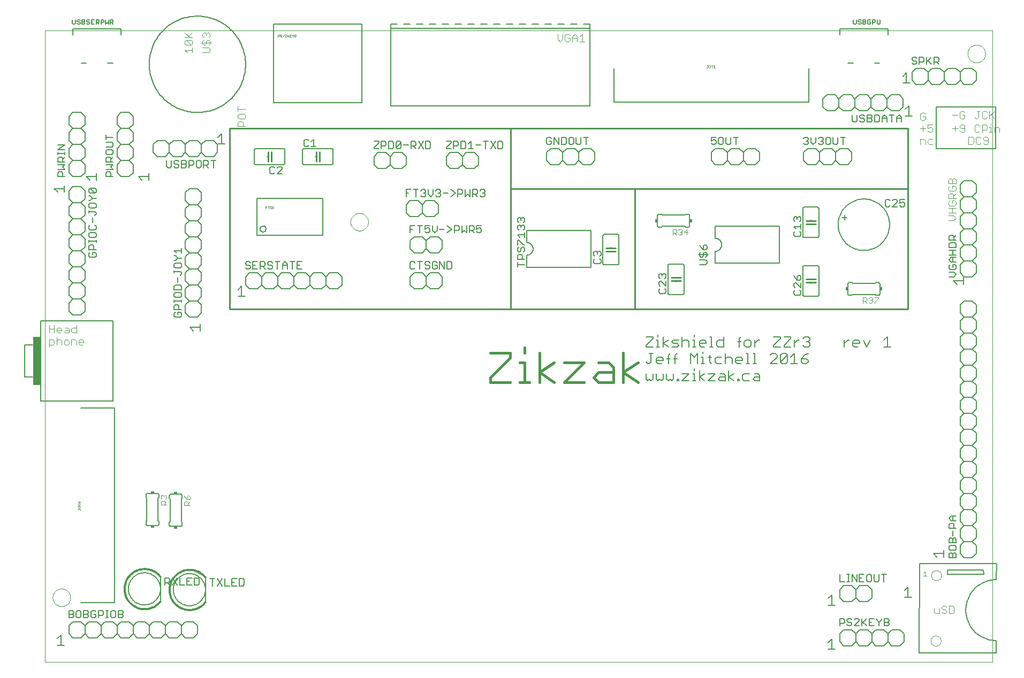
<source format=gto>
G75*
%MOIN*%
%OFA0B0*%
%FSLAX24Y24*%
%IPPOS*%
%LPD*%
%AMOC8*
5,1,8,0,0,1.08239X$1,22.5*
%
%ADD10C,0.0000*%
%ADD11C,0.0160*%
%ADD12C,0.0100*%
%ADD13C,0.0060*%
%ADD14C,0.0040*%
%ADD15C,0.0050*%
%ADD16C,0.0030*%
%ADD17C,0.0080*%
%ADD18C,0.0010*%
%ADD19C,0.0020*%
%ADD20R,0.0500X0.3000*%
%ADD21R,0.0200X0.0150*%
%ADD22R,0.0150X0.0200*%
D10*
X003113Y000180D02*
X003113Y039550D01*
X062105Y039550D01*
X062105Y000180D01*
X003113Y000180D01*
X003600Y004193D02*
X003602Y004240D01*
X003608Y004286D01*
X003618Y004332D01*
X003631Y004377D01*
X003649Y004420D01*
X003670Y004462D01*
X003694Y004502D01*
X003722Y004539D01*
X003753Y004574D01*
X003787Y004607D01*
X003823Y004636D01*
X003862Y004662D01*
X003903Y004685D01*
X003946Y004704D01*
X003990Y004720D01*
X004035Y004732D01*
X004081Y004740D01*
X004128Y004744D01*
X004174Y004744D01*
X004221Y004740D01*
X004267Y004732D01*
X004312Y004720D01*
X004356Y004704D01*
X004399Y004685D01*
X004440Y004662D01*
X004479Y004636D01*
X004515Y004607D01*
X004549Y004574D01*
X004580Y004539D01*
X004608Y004502D01*
X004632Y004462D01*
X004653Y004420D01*
X004671Y004377D01*
X004684Y004332D01*
X004694Y004286D01*
X004700Y004240D01*
X004702Y004193D01*
X004700Y004146D01*
X004694Y004100D01*
X004684Y004054D01*
X004671Y004009D01*
X004653Y003966D01*
X004632Y003924D01*
X004608Y003884D01*
X004580Y003847D01*
X004549Y003812D01*
X004515Y003779D01*
X004479Y003750D01*
X004440Y003724D01*
X004399Y003701D01*
X004356Y003682D01*
X004312Y003666D01*
X004267Y003654D01*
X004221Y003646D01*
X004174Y003642D01*
X004128Y003642D01*
X004081Y003646D01*
X004035Y003654D01*
X003990Y003666D01*
X003946Y003682D01*
X003903Y003701D01*
X003862Y003724D01*
X003823Y003750D01*
X003787Y003779D01*
X003753Y003812D01*
X003722Y003847D01*
X003694Y003884D01*
X003670Y003924D01*
X003649Y003966D01*
X003631Y004009D01*
X003618Y004054D01*
X003608Y004100D01*
X003602Y004146D01*
X003600Y004193D01*
X022150Y027605D02*
X022152Y027652D01*
X022158Y027698D01*
X022168Y027744D01*
X022181Y027789D01*
X022199Y027832D01*
X022220Y027874D01*
X022244Y027914D01*
X022272Y027951D01*
X022303Y027986D01*
X022337Y028019D01*
X022373Y028048D01*
X022412Y028074D01*
X022453Y028097D01*
X022496Y028116D01*
X022540Y028132D01*
X022585Y028144D01*
X022631Y028152D01*
X022678Y028156D01*
X022724Y028156D01*
X022771Y028152D01*
X022817Y028144D01*
X022862Y028132D01*
X022906Y028116D01*
X022949Y028097D01*
X022990Y028074D01*
X023029Y028048D01*
X023065Y028019D01*
X023099Y027986D01*
X023130Y027951D01*
X023158Y027914D01*
X023182Y027874D01*
X023203Y027832D01*
X023221Y027789D01*
X023234Y027744D01*
X023244Y027698D01*
X023250Y027652D01*
X023252Y027605D01*
X023250Y027558D01*
X023244Y027512D01*
X023234Y027466D01*
X023221Y027421D01*
X023203Y027378D01*
X023182Y027336D01*
X023158Y027296D01*
X023130Y027259D01*
X023099Y027224D01*
X023065Y027191D01*
X023029Y027162D01*
X022990Y027136D01*
X022949Y027113D01*
X022906Y027094D01*
X022862Y027078D01*
X022817Y027066D01*
X022771Y027058D01*
X022724Y027054D01*
X022678Y027054D01*
X022631Y027058D01*
X022585Y027066D01*
X022540Y027078D01*
X022496Y027094D01*
X022453Y027113D01*
X022412Y027136D01*
X022373Y027162D01*
X022337Y027191D01*
X022303Y027224D01*
X022272Y027259D01*
X022244Y027296D01*
X022220Y027336D01*
X022199Y027378D01*
X022181Y027421D01*
X022168Y027466D01*
X022158Y027512D01*
X022152Y027558D01*
X022150Y027605D01*
X058308Y005570D02*
X058310Y005605D01*
X058316Y005640D01*
X058326Y005674D01*
X058339Y005707D01*
X058356Y005738D01*
X058377Y005766D01*
X058400Y005793D01*
X058427Y005816D01*
X058455Y005837D01*
X058486Y005854D01*
X058519Y005867D01*
X058553Y005877D01*
X058588Y005883D01*
X058623Y005885D01*
X058658Y005883D01*
X058693Y005877D01*
X058727Y005867D01*
X058760Y005854D01*
X058791Y005837D01*
X058819Y005816D01*
X058846Y005793D01*
X058869Y005766D01*
X058890Y005738D01*
X058907Y005707D01*
X058920Y005674D01*
X058930Y005640D01*
X058936Y005605D01*
X058938Y005570D01*
X058936Y005535D01*
X058930Y005500D01*
X058920Y005466D01*
X058907Y005433D01*
X058890Y005402D01*
X058869Y005374D01*
X058846Y005347D01*
X058819Y005324D01*
X058791Y005303D01*
X058760Y005286D01*
X058727Y005273D01*
X058693Y005263D01*
X058658Y005257D01*
X058623Y005255D01*
X058588Y005257D01*
X058553Y005263D01*
X058519Y005273D01*
X058486Y005286D01*
X058455Y005303D01*
X058427Y005324D01*
X058400Y005347D01*
X058377Y005374D01*
X058356Y005402D01*
X058339Y005433D01*
X058326Y005466D01*
X058316Y005500D01*
X058310Y005535D01*
X058308Y005570D01*
X058278Y001490D02*
X058280Y001525D01*
X058286Y001560D01*
X058296Y001594D01*
X058309Y001627D01*
X058326Y001658D01*
X058347Y001686D01*
X058370Y001713D01*
X058397Y001736D01*
X058425Y001757D01*
X058456Y001774D01*
X058489Y001787D01*
X058523Y001797D01*
X058558Y001803D01*
X058593Y001805D01*
X058628Y001803D01*
X058663Y001797D01*
X058697Y001787D01*
X058730Y001774D01*
X058761Y001757D01*
X058789Y001736D01*
X058816Y001713D01*
X058839Y001686D01*
X058860Y001658D01*
X058877Y001627D01*
X058890Y001594D01*
X058900Y001560D01*
X058906Y001525D01*
X058908Y001490D01*
X058906Y001455D01*
X058900Y001420D01*
X058890Y001386D01*
X058877Y001353D01*
X058860Y001322D01*
X058839Y001294D01*
X058816Y001267D01*
X058789Y001244D01*
X058761Y001223D01*
X058730Y001206D01*
X058697Y001193D01*
X058663Y001183D01*
X058628Y001177D01*
X058593Y001175D01*
X058558Y001177D01*
X058523Y001183D01*
X058489Y001193D01*
X058456Y001206D01*
X058425Y001223D01*
X058397Y001244D01*
X058370Y001267D01*
X058347Y001294D01*
X058326Y001322D01*
X058309Y001353D01*
X058296Y001386D01*
X058286Y001420D01*
X058280Y001455D01*
X058278Y001490D01*
X060575Y038093D02*
X060577Y038140D01*
X060583Y038186D01*
X060593Y038232D01*
X060606Y038277D01*
X060624Y038320D01*
X060645Y038362D01*
X060669Y038402D01*
X060697Y038439D01*
X060728Y038474D01*
X060762Y038507D01*
X060798Y038536D01*
X060837Y038562D01*
X060878Y038585D01*
X060921Y038604D01*
X060965Y038620D01*
X061010Y038632D01*
X061056Y038640D01*
X061103Y038644D01*
X061149Y038644D01*
X061196Y038640D01*
X061242Y038632D01*
X061287Y038620D01*
X061331Y038604D01*
X061374Y038585D01*
X061415Y038562D01*
X061454Y038536D01*
X061490Y038507D01*
X061524Y038474D01*
X061555Y038439D01*
X061583Y038402D01*
X061607Y038362D01*
X061628Y038320D01*
X061646Y038277D01*
X061659Y038232D01*
X061669Y038186D01*
X061675Y038140D01*
X061677Y038093D01*
X061675Y038046D01*
X061669Y038000D01*
X061659Y037954D01*
X061646Y037909D01*
X061628Y037866D01*
X061607Y037824D01*
X061583Y037784D01*
X061555Y037747D01*
X061524Y037712D01*
X061490Y037679D01*
X061454Y037650D01*
X061415Y037624D01*
X061374Y037601D01*
X061331Y037582D01*
X061287Y037566D01*
X061242Y037554D01*
X061196Y037546D01*
X061149Y037542D01*
X061103Y037542D01*
X061056Y037546D01*
X061010Y037554D01*
X060965Y037566D01*
X060921Y037582D01*
X060878Y037601D01*
X060837Y037624D01*
X060798Y037650D01*
X060762Y037679D01*
X060728Y037712D01*
X060697Y037747D01*
X060669Y037784D01*
X060645Y037824D01*
X060624Y037866D01*
X060606Y037909D01*
X060593Y037954D01*
X060583Y038000D01*
X060577Y038046D01*
X060575Y038093D01*
D11*
X039130Y019452D02*
X039130Y017610D01*
X038516Y017610D02*
X037596Y017610D01*
X037289Y017917D01*
X037596Y018224D01*
X038516Y018224D01*
X038516Y018531D02*
X038516Y017610D01*
X039130Y018224D02*
X040051Y018838D01*
X039130Y018224D02*
X040051Y017610D01*
X038516Y018531D02*
X038210Y018838D01*
X037596Y018838D01*
X036675Y018838D02*
X035447Y017610D01*
X036675Y017610D01*
X036675Y018838D02*
X035447Y018838D01*
X034833Y018838D02*
X033913Y018224D01*
X034833Y017610D01*
X033913Y017610D02*
X033913Y019452D01*
X032992Y019452D02*
X032992Y019759D01*
X032071Y019452D02*
X032071Y019145D01*
X030843Y017917D01*
X030843Y017610D01*
X032071Y017610D01*
X032685Y017610D02*
X033299Y017610D01*
X032992Y017610D02*
X032992Y018838D01*
X032685Y018838D01*
X032071Y019452D02*
X030843Y019452D01*
D12*
X032113Y022180D02*
X014613Y022180D01*
X014613Y033430D01*
X032113Y033430D01*
X056863Y033430D01*
X056863Y029680D01*
X039863Y029680D01*
X032113Y029680D01*
X032113Y033430D01*
X032113Y029680D02*
X032113Y022180D01*
X039863Y022180D01*
X056863Y022180D01*
X056863Y029680D01*
X051113Y027680D02*
X050813Y027680D01*
X050513Y027680D01*
X050513Y027480D02*
X050813Y027480D01*
X051113Y027480D01*
X051113Y024030D02*
X050813Y024030D01*
X050513Y024030D01*
X050513Y023830D02*
X050813Y023830D01*
X051113Y023830D01*
X042713Y023930D02*
X042413Y023930D01*
X042113Y023930D01*
X042113Y024130D02*
X042413Y024130D01*
X042713Y024130D01*
X039863Y022180D02*
X039863Y029680D01*
X038663Y025980D02*
X038363Y025980D01*
X038063Y025980D01*
X038063Y025780D02*
X038363Y025780D01*
X038663Y025780D01*
X020213Y031380D02*
X020213Y031680D01*
X020213Y031980D01*
X020013Y031980D02*
X020013Y031680D01*
X020013Y031380D01*
X017213Y031380D02*
X017213Y031680D01*
X017213Y031980D01*
X017013Y031980D02*
X017013Y031680D01*
X017013Y031380D01*
D13*
X017013Y031680D02*
X016963Y031680D01*
X017213Y031680D02*
X017263Y031680D01*
X017963Y031180D02*
X017980Y031182D01*
X017997Y031186D01*
X018013Y031193D01*
X018027Y031203D01*
X018040Y031216D01*
X018050Y031230D01*
X018057Y031246D01*
X018061Y031263D01*
X018063Y031280D01*
X018063Y032080D01*
X018061Y032097D01*
X018057Y032114D01*
X018050Y032130D01*
X018040Y032144D01*
X018027Y032157D01*
X018013Y032167D01*
X017997Y032174D01*
X017980Y032178D01*
X017963Y032180D01*
X016263Y032180D01*
X016246Y032178D01*
X016229Y032174D01*
X016213Y032167D01*
X016199Y032157D01*
X016186Y032144D01*
X016176Y032130D01*
X016169Y032114D01*
X016165Y032097D01*
X016163Y032080D01*
X016163Y031280D01*
X016165Y031263D01*
X016169Y031246D01*
X016176Y031230D01*
X016186Y031216D01*
X016199Y031203D01*
X016213Y031193D01*
X016229Y031186D01*
X016246Y031182D01*
X016263Y031180D01*
X017963Y031180D01*
X019163Y031280D02*
X019163Y032080D01*
X019165Y032097D01*
X019169Y032114D01*
X019176Y032130D01*
X019186Y032144D01*
X019199Y032157D01*
X019213Y032167D01*
X019229Y032174D01*
X019246Y032178D01*
X019263Y032180D01*
X020963Y032180D01*
X020980Y032178D01*
X020997Y032174D01*
X021013Y032167D01*
X021027Y032157D01*
X021040Y032144D01*
X021050Y032130D01*
X021057Y032114D01*
X021061Y032097D01*
X021063Y032080D01*
X021063Y031280D01*
X021061Y031263D01*
X021057Y031246D01*
X021050Y031230D01*
X021040Y031216D01*
X021027Y031203D01*
X021013Y031193D01*
X020997Y031186D01*
X020980Y031182D01*
X020963Y031180D01*
X019263Y031180D01*
X019246Y031182D01*
X019229Y031186D01*
X019213Y031193D01*
X019199Y031203D01*
X019186Y031216D01*
X019176Y031230D01*
X019169Y031246D01*
X019165Y031263D01*
X019163Y031280D01*
X019963Y031680D02*
X020013Y031680D01*
X020213Y031680D02*
X020263Y031680D01*
X023613Y031680D02*
X023613Y031180D01*
X023863Y030930D01*
X024363Y030930D01*
X024613Y031180D01*
X024863Y030930D01*
X025363Y030930D01*
X025613Y031180D01*
X025613Y031680D01*
X025363Y031930D01*
X024863Y031930D01*
X024613Y031680D01*
X024613Y031180D01*
X024613Y031680D02*
X024363Y031930D01*
X023863Y031930D01*
X023613Y031680D01*
X025863Y028930D02*
X025613Y028680D01*
X025613Y028180D01*
X025863Y027930D01*
X026363Y027930D01*
X026613Y028180D01*
X026863Y027930D01*
X027363Y027930D01*
X027613Y028180D01*
X027613Y028680D01*
X027363Y028930D01*
X026863Y028930D01*
X026613Y028680D01*
X026613Y028180D01*
X026613Y028680D02*
X026363Y028930D01*
X025863Y028930D01*
X028113Y031180D02*
X028363Y030930D01*
X028863Y030930D01*
X029113Y031180D01*
X029363Y030930D01*
X029863Y030930D01*
X030113Y031180D01*
X030113Y031680D01*
X029863Y031930D01*
X029363Y031930D01*
X029113Y031680D01*
X029113Y031180D01*
X029113Y031680D02*
X028863Y031930D01*
X028363Y031930D01*
X028113Y031680D01*
X028113Y031180D01*
X034363Y031430D02*
X034613Y031180D01*
X035113Y031180D01*
X035363Y031430D01*
X035613Y031180D01*
X036113Y031180D01*
X036363Y031430D01*
X036613Y031180D01*
X037113Y031180D01*
X037363Y031430D01*
X037363Y031930D01*
X037113Y032180D01*
X036613Y032180D01*
X036363Y031930D01*
X036363Y031430D01*
X035363Y031430D02*
X035363Y031930D01*
X035613Y032180D01*
X036113Y032180D01*
X036363Y031930D01*
X035363Y031930D02*
X035113Y032180D01*
X034613Y032180D01*
X034363Y031930D01*
X034363Y031430D01*
X033113Y027080D02*
X033113Y026330D01*
X033152Y026328D01*
X033191Y026322D01*
X033229Y026313D01*
X033266Y026300D01*
X033302Y026283D01*
X033335Y026263D01*
X033367Y026239D01*
X033396Y026213D01*
X033422Y026184D01*
X033446Y026152D01*
X033466Y026119D01*
X033483Y026083D01*
X033496Y026046D01*
X033505Y026008D01*
X033511Y025969D01*
X033513Y025930D01*
X033511Y025891D01*
X033505Y025852D01*
X033496Y025814D01*
X033483Y025777D01*
X033466Y025741D01*
X033446Y025708D01*
X033422Y025676D01*
X033396Y025647D01*
X033367Y025621D01*
X033335Y025597D01*
X033302Y025577D01*
X033266Y025560D01*
X033229Y025547D01*
X033191Y025538D01*
X033152Y025532D01*
X033113Y025530D01*
X033113Y024780D01*
X037113Y024780D01*
X037113Y027080D01*
X033113Y027080D01*
X037863Y026730D02*
X037863Y025030D01*
X037865Y025013D01*
X037869Y024996D01*
X037876Y024980D01*
X037886Y024966D01*
X037899Y024953D01*
X037913Y024943D01*
X037929Y024936D01*
X037946Y024932D01*
X037963Y024930D01*
X038763Y024930D01*
X038780Y024932D01*
X038797Y024936D01*
X038813Y024943D01*
X038827Y024953D01*
X038840Y024966D01*
X038850Y024980D01*
X038857Y024996D01*
X038861Y025013D01*
X038863Y025030D01*
X038863Y026730D01*
X038861Y026747D01*
X038857Y026764D01*
X038850Y026780D01*
X038840Y026794D01*
X038827Y026807D01*
X038813Y026817D01*
X038797Y026824D01*
X038780Y026828D01*
X038763Y026830D01*
X037963Y026830D01*
X037946Y026828D01*
X037929Y026824D01*
X037913Y026817D01*
X037899Y026807D01*
X037886Y026794D01*
X037876Y026780D01*
X037869Y026764D01*
X037865Y026747D01*
X037863Y026730D01*
X038363Y026030D02*
X038363Y025980D01*
X038363Y025780D02*
X038363Y025730D01*
X041263Y027380D02*
X041263Y027980D01*
X041265Y027997D01*
X041269Y028014D01*
X041276Y028030D01*
X041286Y028044D01*
X041299Y028057D01*
X041313Y028067D01*
X041329Y028074D01*
X041346Y028078D01*
X041363Y028080D01*
X041513Y028080D01*
X041563Y028030D01*
X042963Y028030D01*
X043013Y028080D01*
X043163Y028080D01*
X043180Y028078D01*
X043197Y028074D01*
X043213Y028067D01*
X043227Y028057D01*
X043240Y028044D01*
X043250Y028030D01*
X043257Y028014D01*
X043261Y027997D01*
X043263Y027980D01*
X043263Y027380D01*
X043261Y027363D01*
X043257Y027346D01*
X043250Y027330D01*
X043240Y027316D01*
X043227Y027303D01*
X043213Y027293D01*
X043197Y027286D01*
X043180Y027282D01*
X043163Y027280D01*
X043013Y027280D01*
X042963Y027330D01*
X041563Y027330D01*
X041513Y027280D01*
X041363Y027280D01*
X041346Y027282D01*
X041329Y027286D01*
X041313Y027293D01*
X041299Y027303D01*
X041286Y027316D01*
X041276Y027330D01*
X041269Y027346D01*
X041265Y027363D01*
X041263Y027380D01*
X042013Y024980D02*
X042813Y024980D01*
X042830Y024978D01*
X042847Y024974D01*
X042863Y024967D01*
X042877Y024957D01*
X042890Y024944D01*
X042900Y024930D01*
X042907Y024914D01*
X042911Y024897D01*
X042913Y024880D01*
X042913Y023180D01*
X042911Y023163D01*
X042907Y023146D01*
X042900Y023130D01*
X042890Y023116D01*
X042877Y023103D01*
X042863Y023093D01*
X042847Y023086D01*
X042830Y023082D01*
X042813Y023080D01*
X042013Y023080D01*
X041996Y023082D01*
X041979Y023086D01*
X041963Y023093D01*
X041949Y023103D01*
X041936Y023116D01*
X041926Y023130D01*
X041919Y023146D01*
X041915Y023163D01*
X041913Y023180D01*
X041913Y024880D01*
X041915Y024897D01*
X041919Y024914D01*
X041926Y024930D01*
X041936Y024944D01*
X041949Y024957D01*
X041963Y024967D01*
X041979Y024974D01*
X041996Y024978D01*
X042013Y024980D01*
X042413Y024180D02*
X042413Y024130D01*
X042413Y023930D02*
X042413Y023880D01*
X044863Y025030D02*
X044863Y025780D01*
X044902Y025782D01*
X044941Y025788D01*
X044979Y025797D01*
X045016Y025810D01*
X045052Y025827D01*
X045085Y025847D01*
X045117Y025871D01*
X045146Y025897D01*
X045172Y025926D01*
X045196Y025958D01*
X045216Y025991D01*
X045233Y026027D01*
X045246Y026064D01*
X045255Y026102D01*
X045261Y026141D01*
X045263Y026180D01*
X045261Y026219D01*
X045255Y026258D01*
X045246Y026296D01*
X045233Y026333D01*
X045216Y026369D01*
X045196Y026402D01*
X045172Y026434D01*
X045146Y026463D01*
X045117Y026489D01*
X045085Y026513D01*
X045052Y026533D01*
X045016Y026550D01*
X044979Y026563D01*
X044941Y026572D01*
X044902Y026578D01*
X044863Y026580D01*
X044863Y027330D01*
X048863Y027330D01*
X048863Y025030D01*
X044863Y025030D01*
X050313Y024780D02*
X050313Y023080D01*
X050315Y023063D01*
X050319Y023046D01*
X050326Y023030D01*
X050336Y023016D01*
X050349Y023003D01*
X050363Y022993D01*
X050379Y022986D01*
X050396Y022982D01*
X050413Y022980D01*
X051213Y022980D01*
X051230Y022982D01*
X051247Y022986D01*
X051263Y022993D01*
X051277Y023003D01*
X051290Y023016D01*
X051300Y023030D01*
X051307Y023046D01*
X051311Y023063D01*
X051313Y023080D01*
X051313Y024780D01*
X051311Y024797D01*
X051307Y024814D01*
X051300Y024830D01*
X051290Y024844D01*
X051277Y024857D01*
X051263Y024867D01*
X051247Y024874D01*
X051230Y024878D01*
X051213Y024880D01*
X050413Y024880D01*
X050396Y024878D01*
X050379Y024874D01*
X050363Y024867D01*
X050349Y024857D01*
X050336Y024844D01*
X050326Y024830D01*
X050319Y024814D01*
X050315Y024797D01*
X050313Y024780D01*
X050813Y024080D02*
X050813Y024030D01*
X050813Y023830D02*
X050813Y023780D01*
X053113Y023730D02*
X053113Y023130D01*
X053115Y023113D01*
X053119Y023096D01*
X053126Y023080D01*
X053136Y023066D01*
X053149Y023053D01*
X053163Y023043D01*
X053179Y023036D01*
X053196Y023032D01*
X053213Y023030D01*
X053363Y023030D01*
X053413Y023080D01*
X054813Y023080D01*
X054863Y023030D01*
X055013Y023030D01*
X055030Y023032D01*
X055047Y023036D01*
X055063Y023043D01*
X055077Y023053D01*
X055090Y023066D01*
X055100Y023080D01*
X055107Y023096D01*
X055111Y023113D01*
X055113Y023130D01*
X055113Y023730D01*
X055111Y023747D01*
X055107Y023764D01*
X055100Y023780D01*
X055090Y023794D01*
X055077Y023807D01*
X055063Y023817D01*
X055047Y023824D01*
X055030Y023828D01*
X055013Y023830D01*
X054863Y023830D01*
X054813Y023780D01*
X053413Y023780D01*
X053363Y023830D01*
X053213Y023830D01*
X053196Y023828D01*
X053179Y023824D01*
X053163Y023817D01*
X053149Y023807D01*
X053136Y023794D01*
X053126Y023780D01*
X053119Y023764D01*
X053115Y023747D01*
X053113Y023730D01*
X051213Y026630D02*
X050413Y026630D01*
X050396Y026632D01*
X050379Y026636D01*
X050363Y026643D01*
X050349Y026653D01*
X050336Y026666D01*
X050326Y026680D01*
X050319Y026696D01*
X050315Y026713D01*
X050313Y026730D01*
X050313Y028430D01*
X050315Y028447D01*
X050319Y028464D01*
X050326Y028480D01*
X050336Y028494D01*
X050349Y028507D01*
X050363Y028517D01*
X050379Y028524D01*
X050396Y028528D01*
X050413Y028530D01*
X051213Y028530D01*
X051230Y028528D01*
X051247Y028524D01*
X051263Y028517D01*
X051277Y028507D01*
X051290Y028494D01*
X051300Y028480D01*
X051307Y028464D01*
X051311Y028447D01*
X051313Y028430D01*
X051313Y026730D01*
X051311Y026713D01*
X051307Y026696D01*
X051300Y026680D01*
X051290Y026666D01*
X051277Y026653D01*
X051263Y026643D01*
X051247Y026636D01*
X051230Y026632D01*
X051213Y026630D01*
X050813Y027430D02*
X050813Y027480D01*
X050813Y027680D02*
X050813Y027730D01*
X052763Y027880D02*
X053063Y027880D01*
X052913Y027730D02*
X052913Y028030D01*
X052513Y027430D02*
X052515Y027510D01*
X052521Y027589D01*
X052531Y027668D01*
X052545Y027747D01*
X052562Y027825D01*
X052584Y027902D01*
X052609Y027977D01*
X052639Y028051D01*
X052671Y028124D01*
X052708Y028195D01*
X052748Y028264D01*
X052791Y028331D01*
X052838Y028396D01*
X052887Y028458D01*
X052940Y028518D01*
X052996Y028575D01*
X053054Y028630D01*
X053115Y028681D01*
X053179Y028729D01*
X053245Y028774D01*
X053313Y028816D01*
X053383Y028854D01*
X053455Y028888D01*
X053528Y028919D01*
X053603Y028947D01*
X053680Y028970D01*
X053757Y028990D01*
X053835Y029006D01*
X053914Y029018D01*
X053993Y029026D01*
X054073Y029030D01*
X054153Y029030D01*
X054233Y029026D01*
X054312Y029018D01*
X054391Y029006D01*
X054469Y028990D01*
X054546Y028970D01*
X054623Y028947D01*
X054698Y028919D01*
X054771Y028888D01*
X054843Y028854D01*
X054913Y028816D01*
X054981Y028774D01*
X055047Y028729D01*
X055111Y028681D01*
X055172Y028630D01*
X055230Y028575D01*
X055286Y028518D01*
X055339Y028458D01*
X055388Y028396D01*
X055435Y028331D01*
X055478Y028264D01*
X055518Y028195D01*
X055555Y028124D01*
X055587Y028051D01*
X055617Y027977D01*
X055642Y027902D01*
X055664Y027825D01*
X055681Y027747D01*
X055695Y027668D01*
X055705Y027589D01*
X055711Y027510D01*
X055713Y027430D01*
X055711Y027350D01*
X055705Y027271D01*
X055695Y027192D01*
X055681Y027113D01*
X055664Y027035D01*
X055642Y026958D01*
X055617Y026883D01*
X055587Y026809D01*
X055555Y026736D01*
X055518Y026665D01*
X055478Y026596D01*
X055435Y026529D01*
X055388Y026464D01*
X055339Y026402D01*
X055286Y026342D01*
X055230Y026285D01*
X055172Y026230D01*
X055111Y026179D01*
X055047Y026131D01*
X054981Y026086D01*
X054913Y026044D01*
X054843Y026006D01*
X054771Y025972D01*
X054698Y025941D01*
X054623Y025913D01*
X054546Y025890D01*
X054469Y025870D01*
X054391Y025854D01*
X054312Y025842D01*
X054233Y025834D01*
X054153Y025830D01*
X054073Y025830D01*
X053993Y025834D01*
X053914Y025842D01*
X053835Y025854D01*
X053757Y025870D01*
X053680Y025890D01*
X053603Y025913D01*
X053528Y025941D01*
X053455Y025972D01*
X053383Y026006D01*
X053313Y026044D01*
X053245Y026086D01*
X053179Y026131D01*
X053115Y026179D01*
X053054Y026230D01*
X052996Y026285D01*
X052940Y026342D01*
X052887Y026402D01*
X052838Y026464D01*
X052791Y026529D01*
X052748Y026596D01*
X052708Y026665D01*
X052671Y026736D01*
X052639Y026809D01*
X052609Y026883D01*
X052584Y026958D01*
X052562Y027035D01*
X052545Y027113D01*
X052531Y027192D01*
X052521Y027271D01*
X052515Y027350D01*
X052513Y027430D01*
X052613Y031180D02*
X052363Y031430D01*
X052113Y031180D01*
X051613Y031180D01*
X051363Y031430D01*
X051113Y031180D01*
X050613Y031180D01*
X050363Y031430D01*
X050363Y031930D01*
X050613Y032180D01*
X051113Y032180D01*
X051363Y031930D01*
X051613Y032180D01*
X052113Y032180D01*
X052363Y031930D01*
X052613Y032180D01*
X053113Y032180D01*
X053363Y031930D01*
X053363Y031430D01*
X053113Y031180D01*
X052613Y031180D01*
X052363Y031430D02*
X052363Y031930D01*
X051363Y031930D02*
X051363Y031430D01*
X047613Y031430D02*
X047363Y031180D01*
X046863Y031180D01*
X046613Y031430D01*
X046363Y031180D01*
X045863Y031180D01*
X045613Y031430D01*
X045363Y031180D01*
X044863Y031180D01*
X044613Y031430D01*
X044613Y031930D01*
X044863Y032180D01*
X045363Y032180D01*
X045613Y031930D01*
X045863Y032180D01*
X046363Y032180D01*
X046613Y031930D01*
X046863Y032180D01*
X047363Y032180D01*
X047613Y031930D01*
X047613Y031430D01*
X046613Y031430D02*
X046613Y031930D01*
X045613Y031930D02*
X045613Y031430D01*
X051563Y034780D02*
X051563Y035280D01*
X051813Y035530D01*
X052313Y035530D01*
X052563Y035280D01*
X052813Y035530D01*
X053313Y035530D01*
X053563Y035280D01*
X053813Y035530D01*
X054313Y035530D01*
X054563Y035280D01*
X054813Y035530D01*
X055313Y035530D01*
X055563Y035280D01*
X055813Y035530D01*
X056313Y035530D01*
X056563Y035280D01*
X056563Y034780D01*
X056313Y034530D01*
X055813Y034530D01*
X055563Y034780D01*
X055313Y034530D01*
X054813Y034530D01*
X054563Y034780D01*
X054563Y035280D01*
X054563Y034780D02*
X054313Y034530D01*
X053813Y034530D01*
X053563Y034780D01*
X053313Y034530D01*
X052813Y034530D01*
X052563Y034780D01*
X052313Y034530D01*
X051813Y034530D01*
X051563Y034780D01*
X052563Y034780D02*
X052563Y035280D01*
X053563Y035280D02*
X053563Y034780D01*
X055563Y034780D02*
X055563Y035280D01*
X056693Y034637D02*
X056907Y034851D01*
X056907Y034210D01*
X057120Y034210D02*
X056693Y034210D01*
X056757Y036260D02*
X056757Y036901D01*
X056543Y036687D01*
X056543Y036260D02*
X056970Y036260D01*
X057113Y036430D02*
X057363Y036180D01*
X057863Y036180D01*
X058113Y036430D01*
X058363Y036180D01*
X058863Y036180D01*
X059113Y036430D01*
X059113Y036930D01*
X058863Y037180D01*
X058363Y037180D01*
X058113Y036930D01*
X058113Y036430D01*
X058113Y036930D02*
X057863Y037180D01*
X057363Y037180D01*
X057113Y036930D01*
X057113Y036430D01*
X059113Y036430D02*
X059363Y036180D01*
X059863Y036180D01*
X060113Y036430D01*
X060363Y036180D01*
X060863Y036180D01*
X061113Y036430D01*
X061113Y036930D01*
X060863Y037180D01*
X060363Y037180D01*
X060113Y036930D01*
X060113Y036430D01*
X060113Y036930D02*
X059863Y037180D01*
X059363Y037180D01*
X059113Y036930D01*
X055116Y039987D02*
X055116Y040204D01*
X054942Y040204D02*
X054942Y039987D01*
X054986Y039944D01*
X055072Y039944D01*
X055116Y039987D01*
X054821Y040074D02*
X054778Y040031D01*
X054648Y040031D01*
X054648Y039944D02*
X054648Y040204D01*
X054778Y040204D01*
X054821Y040161D01*
X054821Y040074D01*
X054526Y040074D02*
X054526Y039987D01*
X054483Y039944D01*
X054396Y039944D01*
X054353Y039987D01*
X054353Y040161D01*
X054396Y040204D01*
X054483Y040204D01*
X054526Y040161D01*
X054526Y040074D02*
X054440Y040074D01*
X054232Y040031D02*
X054232Y039987D01*
X054188Y039944D01*
X054058Y039944D01*
X054058Y040204D01*
X054188Y040204D01*
X054232Y040161D01*
X054232Y040117D01*
X054188Y040074D01*
X054058Y040074D01*
X053937Y040031D02*
X053937Y039987D01*
X053894Y039944D01*
X053807Y039944D01*
X053764Y039987D01*
X053807Y040074D02*
X053894Y040074D01*
X053937Y040031D01*
X053937Y040161D02*
X053894Y040204D01*
X053807Y040204D01*
X053764Y040161D01*
X053764Y040117D01*
X053807Y040074D01*
X053642Y039987D02*
X053642Y040204D01*
X053469Y040204D02*
X053469Y039987D01*
X053512Y039944D01*
X053599Y039944D01*
X053642Y039987D01*
X054188Y040074D02*
X054232Y040031D01*
X060363Y030180D02*
X060113Y029930D01*
X060113Y029430D01*
X060363Y029180D01*
X060863Y029180D01*
X061113Y029430D01*
X061113Y029930D01*
X060863Y030180D01*
X060363Y030180D01*
X060363Y029180D02*
X060113Y028930D01*
X060113Y028430D01*
X060363Y028180D01*
X060863Y028180D01*
X061113Y028430D01*
X061113Y028930D01*
X060863Y029180D01*
X060863Y028180D02*
X061113Y027930D01*
X061113Y027430D01*
X060863Y027180D01*
X061113Y026930D01*
X061113Y026430D01*
X060863Y026180D01*
X061113Y025930D01*
X061113Y025430D01*
X060863Y025180D01*
X061113Y024930D01*
X061113Y024430D01*
X060863Y024180D01*
X060363Y024180D01*
X060113Y024430D01*
X060113Y024930D01*
X060363Y025180D01*
X060113Y025430D01*
X060113Y025930D01*
X060363Y026180D01*
X060863Y026180D01*
X060363Y026180D02*
X060113Y026430D01*
X060113Y026930D01*
X060363Y027180D01*
X060113Y027430D01*
X060113Y027930D01*
X060363Y028180D01*
X060363Y027180D02*
X060863Y027180D01*
X060863Y025180D02*
X060363Y025180D01*
X060333Y024137D02*
X060333Y023710D01*
X060333Y023924D02*
X059693Y023924D01*
X059906Y023710D01*
X060363Y022680D02*
X060863Y022680D01*
X061113Y022430D01*
X061113Y021930D01*
X060863Y021680D01*
X061113Y021430D01*
X061113Y020930D01*
X060863Y020680D01*
X061113Y020430D01*
X061113Y019930D01*
X060863Y019680D01*
X061113Y019430D01*
X061113Y018930D01*
X060863Y018680D01*
X061113Y018430D01*
X061113Y017930D01*
X060863Y017680D01*
X061113Y017430D01*
X061113Y016930D01*
X060863Y016680D01*
X061113Y016430D01*
X061113Y015930D01*
X060863Y015680D01*
X061113Y015430D01*
X061113Y014930D01*
X060863Y014680D01*
X061113Y014430D01*
X061113Y013930D01*
X060863Y013680D01*
X061113Y013430D01*
X061113Y012930D01*
X060863Y012680D01*
X061113Y012430D01*
X061113Y011930D01*
X060863Y011680D01*
X061113Y011430D01*
X061113Y010930D01*
X060863Y010680D01*
X061113Y010430D01*
X061113Y009930D01*
X060863Y009680D01*
X061113Y009430D01*
X061113Y008930D01*
X060863Y008680D01*
X061113Y008430D01*
X061113Y007930D01*
X060863Y007680D01*
X061113Y007430D01*
X061113Y006930D01*
X060863Y006680D01*
X060363Y006680D01*
X060113Y006930D01*
X060113Y007430D01*
X060363Y007680D01*
X060113Y007930D01*
X060113Y008430D01*
X060363Y008680D01*
X060863Y008680D01*
X060363Y008680D02*
X060113Y008930D01*
X060113Y009430D01*
X060363Y009680D01*
X060113Y009930D01*
X060113Y010430D01*
X060363Y010680D01*
X060113Y010930D01*
X060113Y011430D01*
X060363Y011680D01*
X060863Y011680D01*
X060363Y011680D02*
X060113Y011930D01*
X060113Y012430D01*
X060363Y012680D01*
X060113Y012930D01*
X060113Y013430D01*
X060363Y013680D01*
X060113Y013930D01*
X060113Y014430D01*
X060363Y014680D01*
X060863Y014680D01*
X060363Y014680D02*
X060113Y014930D01*
X060113Y015430D01*
X060363Y015680D01*
X060113Y015930D01*
X060113Y016430D01*
X060363Y016680D01*
X060113Y016930D01*
X060113Y017430D01*
X060363Y017680D01*
X060863Y017680D01*
X060363Y017680D02*
X060113Y017930D01*
X060113Y018430D01*
X060363Y018680D01*
X060113Y018930D01*
X060113Y019430D01*
X060363Y019680D01*
X060113Y019930D01*
X060113Y020430D01*
X060363Y020680D01*
X060863Y020680D01*
X060363Y020680D02*
X060113Y020930D01*
X060113Y021430D01*
X060363Y021680D01*
X060113Y021930D01*
X060113Y022430D01*
X060363Y022680D01*
X060363Y021680D02*
X060863Y021680D01*
X060863Y019680D02*
X060363Y019680D01*
X060363Y018680D02*
X060863Y018680D01*
X060863Y016680D02*
X060363Y016680D01*
X060363Y015680D02*
X060863Y015680D01*
X060863Y013680D02*
X060363Y013680D01*
X060363Y012680D02*
X060863Y012680D01*
X060863Y010680D02*
X060363Y010680D01*
X060363Y009680D02*
X060863Y009680D01*
X060863Y007680D02*
X060363Y007680D01*
X059083Y007137D02*
X059083Y006710D01*
X059083Y006924D02*
X058443Y006924D01*
X058656Y006710D01*
X056857Y004851D02*
X056857Y004210D01*
X057070Y004210D02*
X056643Y004210D01*
X056643Y004637D02*
X056857Y004851D01*
X054613Y004680D02*
X054613Y004180D01*
X054363Y003930D01*
X053863Y003930D01*
X053613Y004180D01*
X053363Y003930D01*
X052863Y003930D01*
X052613Y004180D01*
X052613Y004680D01*
X052863Y004930D01*
X053363Y004930D01*
X053613Y004680D01*
X053863Y004930D01*
X054363Y004930D01*
X054613Y004680D01*
X053613Y004680D02*
X053613Y004180D01*
X052320Y003710D02*
X051893Y003710D01*
X052107Y003710D02*
X052107Y004351D01*
X051893Y004137D01*
X052863Y002180D02*
X052613Y001930D01*
X052613Y001430D01*
X052863Y001180D01*
X053363Y001180D01*
X053613Y001430D01*
X053863Y001180D01*
X054363Y001180D01*
X054613Y001430D01*
X054613Y001930D01*
X054363Y002180D01*
X053863Y002180D01*
X053613Y001930D01*
X053613Y001430D01*
X053613Y001930D02*
X053363Y002180D01*
X052863Y002180D01*
X052107Y001601D02*
X052107Y000960D01*
X052320Y000960D02*
X051893Y000960D01*
X051893Y001387D02*
X052107Y001601D01*
X054613Y001430D02*
X054863Y001180D01*
X055363Y001180D01*
X055613Y001430D01*
X055863Y001180D01*
X056363Y001180D01*
X056613Y001430D01*
X056613Y001930D01*
X056363Y002180D01*
X055863Y002180D01*
X055613Y001930D01*
X055613Y001430D01*
X055613Y001930D02*
X055363Y002180D01*
X054863Y002180D01*
X054613Y001930D01*
X047631Y017710D02*
X047310Y017710D01*
X047204Y017817D01*
X047310Y017924D01*
X047631Y017924D01*
X047631Y018030D02*
X047631Y017710D01*
X047631Y018030D02*
X047524Y018137D01*
X047310Y018137D01*
X046986Y018137D02*
X046666Y018137D01*
X046559Y018030D01*
X046559Y017817D01*
X046666Y017710D01*
X046986Y017710D01*
X046344Y017710D02*
X046237Y017710D01*
X046237Y017817D01*
X046344Y017817D01*
X046344Y017710D01*
X046020Y017710D02*
X045700Y017924D01*
X046020Y018137D01*
X045700Y018351D02*
X045700Y017710D01*
X045482Y017710D02*
X045162Y017710D01*
X045055Y017817D01*
X045162Y017924D01*
X045482Y017924D01*
X045482Y018030D02*
X045482Y017710D01*
X045482Y018030D02*
X045375Y018137D01*
X045162Y018137D01*
X044838Y018137D02*
X044411Y017710D01*
X044838Y017710D01*
X044838Y018137D02*
X044411Y018137D01*
X044194Y018137D02*
X043873Y017924D01*
X044194Y017710D01*
X043873Y017710D02*
X043873Y018351D01*
X043550Y018351D02*
X043550Y018457D01*
X043550Y018137D02*
X043550Y017710D01*
X043444Y017710D02*
X043657Y017710D01*
X043226Y017710D02*
X042799Y017710D01*
X043226Y018137D01*
X042799Y018137D01*
X042584Y017817D02*
X042584Y017710D01*
X042477Y017710D01*
X042477Y017817D01*
X042584Y017817D01*
X042259Y017817D02*
X042259Y018137D01*
X042259Y017817D02*
X042153Y017710D01*
X042046Y017817D01*
X041939Y017710D01*
X041832Y017817D01*
X041832Y018137D01*
X041615Y018137D02*
X041615Y017817D01*
X041508Y017710D01*
X041401Y017817D01*
X041295Y017710D01*
X041188Y017817D01*
X041188Y018137D01*
X040970Y018137D02*
X040970Y017817D01*
X040864Y017710D01*
X040757Y017817D01*
X040650Y017710D01*
X040543Y017817D01*
X040543Y018137D01*
X040650Y018760D02*
X040757Y018760D01*
X040864Y018867D01*
X040864Y019401D01*
X040970Y019401D02*
X040757Y019401D01*
X040543Y019810D02*
X040970Y019810D01*
X041188Y019810D02*
X041401Y019810D01*
X041295Y019810D02*
X041295Y020237D01*
X041188Y020237D01*
X041295Y020451D02*
X041295Y020557D01*
X041617Y020451D02*
X041617Y019810D01*
X041617Y020024D02*
X041938Y019810D01*
X042155Y019810D02*
X042475Y019810D01*
X042582Y019917D01*
X042475Y020024D01*
X042261Y020024D01*
X042155Y020130D01*
X042261Y020237D01*
X042582Y020237D01*
X042799Y020130D02*
X042906Y020237D01*
X043119Y020237D01*
X043226Y020130D01*
X043226Y019810D01*
X043444Y019810D02*
X043657Y019810D01*
X043550Y019810D02*
X043550Y020237D01*
X043444Y020237D01*
X043550Y020451D02*
X043550Y020557D01*
X043873Y020130D02*
X043980Y020237D01*
X044194Y020237D01*
X044300Y020130D01*
X044300Y020024D01*
X043873Y020024D01*
X043873Y020130D02*
X043873Y019917D01*
X043980Y019810D01*
X044194Y019810D01*
X044088Y019507D02*
X044088Y019401D01*
X044088Y019187D02*
X044088Y018760D01*
X044194Y018760D02*
X043981Y018760D01*
X043763Y018760D02*
X043763Y019401D01*
X043550Y019187D01*
X043336Y019401D01*
X043336Y018760D01*
X043981Y019187D02*
X044088Y019187D01*
X044411Y019187D02*
X044624Y019187D01*
X044517Y019294D02*
X044517Y018867D01*
X044624Y018760D01*
X044840Y018867D02*
X044947Y018760D01*
X045267Y018760D01*
X045485Y018760D02*
X045485Y019401D01*
X045592Y019187D02*
X045805Y019187D01*
X045912Y019080D01*
X045912Y018760D01*
X046129Y018867D02*
X046129Y019080D01*
X046236Y019187D01*
X046450Y019187D01*
X046556Y019080D01*
X046556Y018974D01*
X046129Y018974D01*
X046129Y018867D02*
X046236Y018760D01*
X046450Y018760D01*
X046774Y018760D02*
X046987Y018760D01*
X046881Y018760D02*
X046881Y019401D01*
X046774Y019401D01*
X046773Y019810D02*
X046666Y019917D01*
X046666Y020130D01*
X046773Y020237D01*
X046987Y020237D01*
X047093Y020130D01*
X047093Y019917D01*
X046987Y019810D01*
X046773Y019810D01*
X046344Y019810D02*
X046344Y020344D01*
X046450Y020451D01*
X046450Y020130D02*
X046237Y020130D01*
X045375Y020237D02*
X045054Y020237D01*
X044948Y020130D01*
X044948Y019917D01*
X045054Y019810D01*
X045375Y019810D01*
X045375Y020451D01*
X044625Y020451D02*
X044625Y019810D01*
X044731Y019810D02*
X044518Y019810D01*
X044947Y019187D02*
X044840Y019080D01*
X044840Y018867D01*
X044947Y019187D02*
X045267Y019187D01*
X045485Y019080D02*
X045592Y019187D01*
X044625Y020451D02*
X044518Y020451D01*
X042799Y020451D02*
X042799Y019810D01*
X042476Y019401D02*
X042369Y019294D01*
X042369Y018760D01*
X042262Y019080D02*
X042476Y019080D01*
X042046Y019080D02*
X041832Y019080D01*
X041615Y019080D02*
X041615Y018974D01*
X041188Y018974D01*
X041188Y019080D02*
X041295Y019187D01*
X041508Y019187D01*
X041615Y019080D01*
X041508Y018760D02*
X041295Y018760D01*
X041188Y018867D01*
X041188Y019080D01*
X040650Y018760D02*
X040543Y018867D01*
X040543Y019810D02*
X040543Y019917D01*
X040970Y020344D01*
X040970Y020451D01*
X040543Y020451D01*
X041617Y020024D02*
X041938Y020237D01*
X042046Y019401D02*
X041939Y019294D01*
X041939Y018760D01*
X043444Y018137D02*
X043550Y018137D01*
X047204Y018760D02*
X047417Y018760D01*
X047310Y018760D02*
X047310Y019401D01*
X047204Y019401D01*
X047311Y019810D02*
X047311Y020237D01*
X047311Y020024D02*
X047525Y020237D01*
X047631Y020237D01*
X048493Y020451D02*
X048920Y020451D01*
X048920Y020344D01*
X048493Y019917D01*
X048493Y019810D01*
X048920Y019810D01*
X049137Y019810D02*
X049564Y019810D01*
X049782Y019810D02*
X049782Y020237D01*
X049995Y020237D02*
X050102Y020237D01*
X049995Y020237D02*
X049782Y020024D01*
X049564Y020344D02*
X049137Y019917D01*
X049137Y019810D01*
X049243Y019401D02*
X049029Y019401D01*
X048922Y019294D01*
X048922Y018867D01*
X049349Y019294D01*
X049349Y018867D01*
X049243Y018760D01*
X049029Y018760D01*
X048922Y018867D01*
X048705Y018760D02*
X048278Y018760D01*
X048705Y019187D01*
X048705Y019294D01*
X048598Y019401D01*
X048385Y019401D01*
X048278Y019294D01*
X049243Y019401D02*
X049349Y019294D01*
X049567Y019187D02*
X049780Y019401D01*
X049780Y018760D01*
X049567Y018760D02*
X049994Y018760D01*
X050211Y018867D02*
X050318Y018760D01*
X050532Y018760D01*
X050639Y018867D01*
X050639Y018974D01*
X050532Y019080D01*
X050211Y019080D01*
X050211Y018867D01*
X050211Y019080D02*
X050425Y019294D01*
X050639Y019401D01*
X050639Y019810D02*
X050426Y019810D01*
X050319Y019917D01*
X050532Y020130D02*
X050639Y020130D01*
X050746Y020024D01*
X050746Y019917D01*
X050639Y019810D01*
X050639Y020130D02*
X050746Y020237D01*
X050746Y020344D01*
X050639Y020451D01*
X050426Y020451D01*
X050319Y020344D01*
X049564Y020344D02*
X049564Y020451D01*
X049137Y020451D01*
X052897Y020237D02*
X052897Y019810D01*
X052897Y020024D02*
X053111Y020237D01*
X053217Y020237D01*
X053434Y020130D02*
X053434Y019917D01*
X053541Y019810D01*
X053754Y019810D01*
X053861Y020024D02*
X053434Y020024D01*
X053434Y020130D02*
X053541Y020237D01*
X053754Y020237D01*
X053861Y020130D01*
X053861Y020024D01*
X054079Y020237D02*
X054292Y019810D01*
X054506Y020237D01*
X055368Y020237D02*
X055581Y020451D01*
X055581Y019810D01*
X055368Y019810D02*
X055795Y019810D01*
X027863Y023680D02*
X027613Y023430D01*
X027113Y023430D01*
X026863Y023680D01*
X026613Y023430D01*
X026113Y023430D01*
X025863Y023680D01*
X025863Y024180D01*
X026113Y024430D01*
X026613Y024430D01*
X026863Y024180D01*
X027113Y024430D01*
X027613Y024430D01*
X027863Y024180D01*
X027863Y023680D01*
X026863Y023680D02*
X026863Y024180D01*
X026613Y025680D02*
X026113Y025680D01*
X025863Y025930D01*
X025863Y026430D01*
X026113Y026680D01*
X026613Y026680D01*
X026863Y026430D01*
X027113Y026680D01*
X027613Y026680D01*
X027863Y026430D01*
X027863Y025930D01*
X027613Y025680D01*
X027113Y025680D01*
X026863Y025930D01*
X026613Y025680D01*
X026863Y025930D02*
X026863Y026430D01*
X021613Y024180D02*
X021613Y023680D01*
X021363Y023430D01*
X020863Y023430D01*
X020613Y023680D01*
X020363Y023430D01*
X019863Y023430D01*
X019613Y023680D01*
X019363Y023430D01*
X018863Y023430D01*
X018613Y023680D01*
X018363Y023430D01*
X017863Y023430D01*
X017613Y023680D01*
X017363Y023430D01*
X016863Y023430D01*
X016613Y023680D01*
X016363Y023430D01*
X015863Y023430D01*
X015613Y023680D01*
X015613Y024180D01*
X015863Y024430D01*
X016363Y024430D01*
X016613Y024180D01*
X016863Y024430D01*
X017363Y024430D01*
X017613Y024180D01*
X017613Y023680D01*
X017613Y024180D02*
X017863Y024430D01*
X018363Y024430D01*
X018613Y024180D01*
X018863Y024430D01*
X019363Y024430D01*
X019613Y024180D01*
X019863Y024430D01*
X020363Y024430D01*
X020613Y024180D01*
X020863Y024430D01*
X021363Y024430D01*
X021613Y024180D01*
X020613Y024180D02*
X020613Y023680D01*
X019613Y023680D02*
X019613Y024180D01*
X018613Y024180D02*
X018613Y023680D01*
X016613Y023680D02*
X016613Y024180D01*
X015357Y023601D02*
X015143Y023387D01*
X015357Y023601D02*
X015357Y022960D01*
X015570Y022960D02*
X015143Y022960D01*
X012863Y022930D02*
X012613Y022680D01*
X012863Y022430D01*
X012863Y021930D01*
X012613Y021680D01*
X012113Y021680D01*
X011863Y021930D01*
X011863Y022430D01*
X012113Y022680D01*
X011863Y022930D01*
X011863Y023430D01*
X012113Y023680D01*
X012613Y023680D01*
X012863Y023430D01*
X012863Y022930D01*
X012613Y022680D02*
X012113Y022680D01*
X012113Y023680D02*
X011863Y023930D01*
X011863Y024430D01*
X012113Y024680D01*
X011863Y024930D01*
X011863Y025430D01*
X012113Y025680D01*
X011863Y025930D01*
X011863Y026430D01*
X012113Y026680D01*
X012613Y026680D01*
X012863Y026430D01*
X012863Y025930D01*
X012613Y025680D01*
X012863Y025430D01*
X012863Y024930D01*
X012613Y024680D01*
X012863Y024430D01*
X012863Y023930D01*
X012613Y023680D01*
X012613Y024680D02*
X012113Y024680D01*
X012113Y025680D02*
X012613Y025680D01*
X012613Y026680D02*
X012863Y026930D01*
X012863Y027430D01*
X012613Y027680D01*
X012863Y027930D01*
X012863Y028430D01*
X012613Y028680D01*
X012863Y028930D01*
X012863Y029430D01*
X012613Y029680D01*
X012113Y029680D01*
X011863Y029430D01*
X011863Y028930D01*
X012113Y028680D01*
X012613Y028680D01*
X012113Y028680D02*
X011863Y028430D01*
X011863Y027930D01*
X012113Y027680D01*
X012613Y027680D01*
X012113Y027680D02*
X011863Y027430D01*
X011863Y026930D01*
X012113Y026680D01*
X016316Y026778D02*
X016316Y029082D01*
X020410Y029082D01*
X020410Y026778D01*
X016316Y026778D01*
X016519Y027162D02*
X016521Y027188D01*
X016527Y027214D01*
X016536Y027239D01*
X016549Y027262D01*
X016565Y027283D01*
X016584Y027301D01*
X016606Y027317D01*
X016629Y027329D01*
X016654Y027337D01*
X016680Y027342D01*
X016707Y027343D01*
X016733Y027340D01*
X016758Y027333D01*
X016783Y027323D01*
X016805Y027309D01*
X016826Y027292D01*
X016843Y027273D01*
X016858Y027251D01*
X016869Y027227D01*
X016877Y027201D01*
X016881Y027175D01*
X016881Y027149D01*
X016877Y027123D01*
X016869Y027097D01*
X016858Y027073D01*
X016843Y027051D01*
X016826Y027032D01*
X016805Y027015D01*
X016783Y027001D01*
X016758Y026991D01*
X016733Y026984D01*
X016707Y026981D01*
X016680Y026982D01*
X016654Y026987D01*
X016629Y026995D01*
X016606Y027007D01*
X016584Y027023D01*
X016565Y027041D01*
X016549Y027062D01*
X016536Y027085D01*
X016527Y027110D01*
X016521Y027136D01*
X016519Y027162D01*
X013613Y031680D02*
X013113Y031680D01*
X012863Y031930D01*
X012613Y031680D01*
X012113Y031680D01*
X011863Y031930D01*
X011863Y032430D01*
X012113Y032680D01*
X012613Y032680D01*
X012863Y032430D01*
X013113Y032680D01*
X013613Y032680D01*
X013863Y032430D01*
X013863Y031930D01*
X013613Y031680D01*
X012863Y031930D02*
X012863Y032430D01*
X011863Y032430D02*
X011613Y032680D01*
X011113Y032680D01*
X010863Y032430D01*
X010613Y032680D01*
X010113Y032680D01*
X009863Y032430D01*
X009863Y031930D01*
X010113Y031680D01*
X010613Y031680D01*
X010863Y031930D01*
X010863Y032430D01*
X010863Y031930D02*
X011113Y031680D01*
X011613Y031680D01*
X011863Y031930D01*
X009583Y030637D02*
X009583Y030210D01*
X009583Y030424D02*
X008943Y030424D01*
X009156Y030210D01*
X008613Y030680D02*
X008613Y031180D01*
X008363Y031430D01*
X008613Y031680D01*
X008613Y032180D01*
X008363Y032430D01*
X007863Y032430D01*
X007613Y032180D01*
X007613Y031680D01*
X007863Y031430D01*
X008363Y031430D01*
X007863Y031430D02*
X007613Y031180D01*
X007613Y030680D01*
X007863Y030430D01*
X008363Y030430D01*
X008613Y030680D01*
X006333Y030637D02*
X006333Y030210D01*
X006333Y030424D02*
X005693Y030424D01*
X005906Y030210D01*
X005613Y030680D02*
X005613Y031180D01*
X005363Y031430D01*
X005613Y031680D01*
X005613Y032180D01*
X005363Y032430D01*
X004863Y032430D01*
X004613Y032180D01*
X004613Y031680D01*
X004863Y031430D01*
X005363Y031430D01*
X004863Y031430D02*
X004613Y031180D01*
X004613Y030680D01*
X004863Y030430D01*
X005363Y030430D01*
X005613Y030680D01*
X005363Y029805D02*
X004863Y029805D01*
X004613Y029555D01*
X004613Y029055D01*
X004863Y028805D01*
X004613Y028555D01*
X004613Y028055D01*
X004863Y027805D01*
X005363Y027805D01*
X005613Y028055D01*
X005613Y028555D01*
X005363Y028805D01*
X004863Y028805D01*
X005363Y028805D02*
X005613Y029055D01*
X005613Y029555D01*
X005363Y029805D01*
X004333Y029887D02*
X004333Y029460D01*
X004333Y029674D02*
X003693Y029674D01*
X003906Y029460D01*
X004863Y027805D02*
X004613Y027555D01*
X004613Y027055D01*
X004863Y026805D01*
X004613Y026555D01*
X004613Y026055D01*
X004863Y025805D01*
X004613Y025555D01*
X004613Y025055D01*
X004863Y024805D01*
X005363Y024805D01*
X005613Y025055D01*
X005613Y025555D01*
X005363Y025805D01*
X004863Y025805D01*
X005363Y025805D02*
X005613Y026055D01*
X005613Y026555D01*
X005363Y026805D01*
X004863Y026805D01*
X005363Y026805D02*
X005613Y027055D01*
X005613Y027555D01*
X005363Y027805D01*
X005363Y024805D02*
X005613Y024555D01*
X005613Y024055D01*
X005363Y023805D01*
X005613Y023555D01*
X005613Y023055D01*
X005363Y022805D01*
X005613Y022555D01*
X005613Y022055D01*
X005363Y021805D01*
X004863Y021805D01*
X004613Y022055D01*
X004613Y022555D01*
X004863Y022805D01*
X004613Y023055D01*
X004613Y023555D01*
X004863Y023805D01*
X004613Y024055D01*
X004613Y024555D01*
X004863Y024805D01*
X004863Y023805D02*
X005363Y023805D01*
X005363Y022805D02*
X004863Y022805D01*
X012143Y021029D02*
X012356Y020815D01*
X012143Y021029D02*
X012783Y021029D01*
X012783Y021242D02*
X012783Y020815D01*
X010113Y010680D02*
X009513Y010680D01*
X009496Y010678D01*
X009479Y010674D01*
X009463Y010667D01*
X009449Y010657D01*
X009436Y010644D01*
X009426Y010630D01*
X009419Y010614D01*
X009415Y010597D01*
X009413Y010580D01*
X009413Y010430D01*
X009463Y010380D01*
X009463Y008980D01*
X009413Y008930D01*
X009413Y008780D01*
X009415Y008763D01*
X009419Y008746D01*
X009426Y008730D01*
X009436Y008716D01*
X009449Y008703D01*
X009463Y008693D01*
X009479Y008686D01*
X009496Y008682D01*
X009513Y008680D01*
X010113Y008680D01*
X010130Y008682D01*
X010147Y008686D01*
X010163Y008693D01*
X010177Y008703D01*
X010190Y008716D01*
X010200Y008730D01*
X010207Y008746D01*
X010211Y008763D01*
X010213Y008780D01*
X010213Y008930D01*
X010163Y008980D01*
X010163Y010380D01*
X010213Y010430D01*
X010213Y010580D01*
X010211Y010597D01*
X010207Y010614D01*
X010200Y010630D01*
X010190Y010644D01*
X010177Y010657D01*
X010163Y010667D01*
X010147Y010674D01*
X010130Y010678D01*
X010113Y010680D01*
X010863Y010530D02*
X010863Y010380D01*
X010913Y010330D01*
X010913Y008930D01*
X010863Y008880D01*
X010863Y008730D01*
X010865Y008713D01*
X010869Y008696D01*
X010876Y008680D01*
X010886Y008666D01*
X010899Y008653D01*
X010913Y008643D01*
X010929Y008636D01*
X010946Y008632D01*
X010963Y008630D01*
X011563Y008630D01*
X011580Y008632D01*
X011597Y008636D01*
X011613Y008643D01*
X011627Y008653D01*
X011640Y008666D01*
X011650Y008680D01*
X011657Y008696D01*
X011661Y008713D01*
X011663Y008730D01*
X011663Y008880D01*
X011613Y008930D01*
X011613Y010330D01*
X011663Y010380D01*
X011663Y010530D01*
X011661Y010547D01*
X011657Y010564D01*
X011650Y010580D01*
X011640Y010594D01*
X011627Y010607D01*
X011613Y010617D01*
X011597Y010624D01*
X011580Y010628D01*
X011563Y010630D01*
X010963Y010630D01*
X010946Y010628D01*
X010929Y010624D01*
X010913Y010617D01*
X010899Y010607D01*
X010886Y010594D01*
X010876Y010580D01*
X010869Y010564D01*
X010865Y010547D01*
X010863Y010530D01*
X011113Y004680D02*
X011115Y004743D01*
X011121Y004805D01*
X011131Y004867D01*
X011144Y004929D01*
X011162Y004989D01*
X011183Y005048D01*
X011208Y005106D01*
X011237Y005162D01*
X011269Y005216D01*
X011304Y005268D01*
X011342Y005317D01*
X011384Y005365D01*
X011428Y005409D01*
X011476Y005451D01*
X011525Y005489D01*
X011577Y005524D01*
X011631Y005556D01*
X011687Y005585D01*
X011745Y005610D01*
X011804Y005631D01*
X011864Y005649D01*
X011926Y005662D01*
X011988Y005672D01*
X012050Y005678D01*
X012113Y005680D01*
X012176Y005678D01*
X012238Y005672D01*
X012300Y005662D01*
X012362Y005649D01*
X012422Y005631D01*
X012481Y005610D01*
X012539Y005585D01*
X012595Y005556D01*
X012649Y005524D01*
X012701Y005489D01*
X012750Y005451D01*
X012798Y005409D01*
X012842Y005365D01*
X012884Y005317D01*
X012922Y005268D01*
X012957Y005216D01*
X012989Y005162D01*
X013018Y005106D01*
X013043Y005048D01*
X013064Y004989D01*
X013082Y004929D01*
X013095Y004867D01*
X013105Y004805D01*
X013111Y004743D01*
X013113Y004680D01*
X013111Y004617D01*
X013105Y004555D01*
X013095Y004493D01*
X013082Y004431D01*
X013064Y004371D01*
X013043Y004312D01*
X013018Y004254D01*
X012989Y004198D01*
X012957Y004144D01*
X012922Y004092D01*
X012884Y004043D01*
X012842Y003995D01*
X012798Y003951D01*
X012750Y003909D01*
X012701Y003871D01*
X012649Y003836D01*
X012595Y003804D01*
X012539Y003775D01*
X012481Y003750D01*
X012422Y003729D01*
X012362Y003711D01*
X012300Y003698D01*
X012238Y003688D01*
X012176Y003682D01*
X012113Y003680D01*
X012050Y003682D01*
X011988Y003688D01*
X011926Y003698D01*
X011864Y003711D01*
X011804Y003729D01*
X011745Y003750D01*
X011687Y003775D01*
X011631Y003804D01*
X011577Y003836D01*
X011525Y003871D01*
X011476Y003909D01*
X011428Y003951D01*
X011384Y003995D01*
X011342Y004043D01*
X011304Y004092D01*
X011269Y004144D01*
X011237Y004198D01*
X011208Y004254D01*
X011183Y004312D01*
X011162Y004371D01*
X011144Y004431D01*
X011131Y004493D01*
X011121Y004555D01*
X011115Y004617D01*
X011113Y004680D01*
X008313Y004730D02*
X008315Y004793D01*
X008321Y004855D01*
X008331Y004917D01*
X008344Y004979D01*
X008362Y005039D01*
X008383Y005098D01*
X008408Y005156D01*
X008437Y005212D01*
X008469Y005266D01*
X008504Y005318D01*
X008542Y005367D01*
X008584Y005415D01*
X008628Y005459D01*
X008676Y005501D01*
X008725Y005539D01*
X008777Y005574D01*
X008831Y005606D01*
X008887Y005635D01*
X008945Y005660D01*
X009004Y005681D01*
X009064Y005699D01*
X009126Y005712D01*
X009188Y005722D01*
X009250Y005728D01*
X009313Y005730D01*
X009376Y005728D01*
X009438Y005722D01*
X009500Y005712D01*
X009562Y005699D01*
X009622Y005681D01*
X009681Y005660D01*
X009739Y005635D01*
X009795Y005606D01*
X009849Y005574D01*
X009901Y005539D01*
X009950Y005501D01*
X009998Y005459D01*
X010042Y005415D01*
X010084Y005367D01*
X010122Y005318D01*
X010157Y005266D01*
X010189Y005212D01*
X010218Y005156D01*
X010243Y005098D01*
X010264Y005039D01*
X010282Y004979D01*
X010295Y004917D01*
X010305Y004855D01*
X010311Y004793D01*
X010313Y004730D01*
X010311Y004667D01*
X010305Y004605D01*
X010295Y004543D01*
X010282Y004481D01*
X010264Y004421D01*
X010243Y004362D01*
X010218Y004304D01*
X010189Y004248D01*
X010157Y004194D01*
X010122Y004142D01*
X010084Y004093D01*
X010042Y004045D01*
X009998Y004001D01*
X009950Y003959D01*
X009901Y003921D01*
X009849Y003886D01*
X009795Y003854D01*
X009739Y003825D01*
X009681Y003800D01*
X009622Y003779D01*
X009562Y003761D01*
X009500Y003748D01*
X009438Y003738D01*
X009376Y003732D01*
X009313Y003730D01*
X009250Y003732D01*
X009188Y003738D01*
X009126Y003748D01*
X009064Y003761D01*
X009004Y003779D01*
X008945Y003800D01*
X008887Y003825D01*
X008831Y003854D01*
X008777Y003886D01*
X008725Y003921D01*
X008676Y003959D01*
X008628Y004001D01*
X008584Y004045D01*
X008542Y004093D01*
X008504Y004142D01*
X008469Y004194D01*
X008437Y004248D01*
X008408Y004304D01*
X008383Y004362D01*
X008362Y004421D01*
X008344Y004481D01*
X008331Y004543D01*
X008321Y004605D01*
X008315Y004667D01*
X008313Y004730D01*
X008363Y002680D02*
X007863Y002680D01*
X007613Y002430D01*
X007613Y001930D01*
X007863Y001680D01*
X008363Y001680D01*
X008613Y001930D01*
X008863Y001680D01*
X009363Y001680D01*
X009613Y001930D01*
X009613Y002430D01*
X009363Y002680D01*
X008863Y002680D01*
X008613Y002430D01*
X008613Y001930D01*
X008613Y002430D02*
X008363Y002680D01*
X007613Y002430D02*
X007363Y002680D01*
X006863Y002680D01*
X006613Y002430D01*
X006613Y001930D01*
X006363Y001680D01*
X005863Y001680D01*
X005613Y001930D01*
X005363Y001680D01*
X004863Y001680D01*
X004613Y001930D01*
X004613Y002430D01*
X004863Y002680D01*
X005363Y002680D01*
X005613Y002430D01*
X005863Y002680D01*
X006363Y002680D01*
X006613Y002430D01*
X006613Y001930D02*
X006863Y001680D01*
X007363Y001680D01*
X007613Y001930D01*
X009613Y001930D02*
X009863Y001680D01*
X010363Y001680D01*
X010613Y001930D01*
X010863Y001680D01*
X011363Y001680D01*
X011613Y001930D01*
X011863Y001680D01*
X012363Y001680D01*
X012613Y001930D01*
X012613Y002430D01*
X012363Y002680D01*
X011863Y002680D01*
X011613Y002430D01*
X011613Y001930D01*
X011613Y002430D02*
X011363Y002680D01*
X010863Y002680D01*
X010613Y002430D01*
X010613Y001930D01*
X010613Y002430D02*
X010363Y002680D01*
X009863Y002680D01*
X009613Y002430D01*
X005613Y002430D02*
X005613Y001930D01*
X004320Y001210D02*
X003893Y001210D01*
X004107Y001210D02*
X004107Y001851D01*
X003893Y001637D01*
X004863Y032430D02*
X004613Y032680D01*
X004613Y033180D01*
X004863Y033430D01*
X004613Y033680D01*
X004613Y034180D01*
X004863Y034430D01*
X005363Y034430D01*
X005613Y034180D01*
X005613Y033680D01*
X005363Y033430D01*
X005613Y033180D01*
X005613Y032680D01*
X005363Y032430D01*
X005363Y033430D02*
X004863Y033430D01*
X007613Y033180D02*
X007613Y032680D01*
X007863Y032430D01*
X008363Y032430D02*
X008613Y032680D01*
X008613Y033180D01*
X008363Y033430D01*
X008613Y033680D01*
X008613Y034180D01*
X008363Y034430D01*
X007863Y034430D01*
X007613Y034180D01*
X007613Y033680D01*
X007863Y033430D01*
X008363Y033430D01*
X007863Y033430D02*
X007613Y033180D01*
X013893Y032887D02*
X014107Y033101D01*
X014107Y032460D01*
X014320Y032460D02*
X013893Y032460D01*
X007366Y039944D02*
X007279Y040031D01*
X007322Y040031D02*
X007192Y040031D01*
X007192Y039944D02*
X007192Y040204D01*
X007322Y040204D01*
X007366Y040161D01*
X007366Y040074D01*
X007322Y040031D01*
X007071Y039944D02*
X007071Y040204D01*
X006898Y040204D02*
X006898Y039944D01*
X006984Y040031D01*
X007071Y039944D01*
X006776Y040074D02*
X006733Y040031D01*
X006603Y040031D01*
X006603Y039944D02*
X006603Y040204D01*
X006733Y040204D01*
X006776Y040161D01*
X006776Y040074D01*
X006482Y040074D02*
X006438Y040031D01*
X006308Y040031D01*
X006395Y040031D02*
X006482Y039944D01*
X006482Y040074D02*
X006482Y040161D01*
X006438Y040204D01*
X006308Y040204D01*
X006308Y039944D01*
X006187Y039944D02*
X006014Y039944D01*
X006014Y040204D01*
X006187Y040204D01*
X006100Y040074D02*
X006014Y040074D01*
X005892Y040031D02*
X005892Y039987D01*
X005849Y039944D01*
X005762Y039944D01*
X005719Y039987D01*
X005762Y040074D02*
X005849Y040074D01*
X005892Y040031D01*
X005892Y040161D02*
X005849Y040204D01*
X005762Y040204D01*
X005719Y040161D01*
X005719Y040117D01*
X005762Y040074D01*
X005598Y040031D02*
X005598Y039987D01*
X005554Y039944D01*
X005424Y039944D01*
X005424Y040204D01*
X005554Y040204D01*
X005598Y040161D01*
X005598Y040117D01*
X005554Y040074D01*
X005424Y040074D01*
X005303Y040031D02*
X005303Y039987D01*
X005260Y039944D01*
X005173Y039944D01*
X005130Y039987D01*
X005173Y040074D02*
X005260Y040074D01*
X005303Y040031D01*
X005303Y040161D02*
X005260Y040204D01*
X005173Y040204D01*
X005130Y040161D01*
X005130Y040117D01*
X005173Y040074D01*
X005009Y039987D02*
X005009Y040204D01*
X004835Y040204D02*
X004835Y039987D01*
X004878Y039944D01*
X004965Y039944D01*
X005009Y039987D01*
X005554Y040074D02*
X005598Y040031D01*
D14*
X011833Y039397D02*
X012140Y039090D01*
X012063Y039166D02*
X012293Y039397D01*
X012293Y039090D02*
X011833Y039090D01*
X011910Y038936D02*
X012216Y038629D01*
X012293Y038706D01*
X012293Y038859D01*
X012216Y038936D01*
X011910Y038936D01*
X011833Y038859D01*
X011833Y038706D01*
X011910Y038629D01*
X012216Y038629D01*
X012293Y038476D02*
X012293Y038169D01*
X012293Y038322D02*
X011833Y038322D01*
X011986Y038169D01*
X012933Y038169D02*
X013316Y038169D01*
X013393Y038246D01*
X013393Y038399D01*
X013316Y038476D01*
X012933Y038476D01*
X013010Y038629D02*
X012933Y038706D01*
X012933Y038859D01*
X013010Y038936D01*
X013010Y039090D02*
X012933Y039166D01*
X012933Y039320D01*
X013010Y039397D01*
X013086Y039397D01*
X013163Y039320D01*
X013240Y039397D01*
X013316Y039397D01*
X013393Y039320D01*
X013393Y039166D01*
X013316Y039090D01*
X013316Y038936D02*
X013240Y038936D01*
X013163Y038859D01*
X013163Y038706D01*
X013086Y038629D01*
X013010Y038629D01*
X012856Y038783D02*
X013470Y038783D01*
X013393Y038859D02*
X013316Y038936D01*
X013393Y038859D02*
X013393Y038706D01*
X013316Y038629D01*
X013163Y039243D02*
X013163Y039320D01*
X015133Y034797D02*
X015133Y034490D01*
X015133Y034643D02*
X015593Y034643D01*
X015516Y034336D02*
X015210Y034336D01*
X015133Y034259D01*
X015133Y034106D01*
X015210Y034029D01*
X015516Y034029D01*
X015593Y034106D01*
X015593Y034259D01*
X015516Y034336D01*
X015363Y033876D02*
X015440Y033799D01*
X015440Y033569D01*
X015593Y033569D02*
X015133Y033569D01*
X015133Y033799D01*
X015210Y033876D01*
X015363Y033876D01*
X005071Y021160D02*
X005071Y020700D01*
X004841Y020700D01*
X004764Y020777D01*
X004764Y020930D01*
X004841Y021007D01*
X005071Y021007D01*
X004611Y020930D02*
X004611Y020700D01*
X004381Y020700D01*
X004304Y020777D01*
X004381Y020853D01*
X004611Y020853D01*
X004611Y020930D02*
X004534Y021007D01*
X004381Y021007D01*
X004151Y020930D02*
X004151Y020853D01*
X003844Y020853D01*
X003844Y020777D02*
X003844Y020930D01*
X003920Y021007D01*
X004074Y021007D01*
X004151Y020930D01*
X004074Y020700D02*
X003920Y020700D01*
X003844Y020777D01*
X003690Y020700D02*
X003690Y021160D01*
X003690Y020930D02*
X003383Y020930D01*
X003383Y020700D02*
X003383Y021160D01*
X003844Y020410D02*
X003844Y019950D01*
X003690Y020027D02*
X003613Y019950D01*
X003383Y019950D01*
X003383Y019797D02*
X003383Y020257D01*
X003613Y020257D01*
X003690Y020180D01*
X003690Y020027D01*
X003844Y020180D02*
X003920Y020257D01*
X004074Y020257D01*
X004151Y020180D01*
X004151Y019950D01*
X004304Y020027D02*
X004381Y019950D01*
X004534Y019950D01*
X004611Y020027D01*
X004611Y020180D01*
X004534Y020257D01*
X004381Y020257D01*
X004304Y020180D01*
X004304Y020027D01*
X004764Y019950D02*
X004764Y020257D01*
X004995Y020257D01*
X005071Y020180D01*
X005071Y019950D01*
X005225Y020027D02*
X005302Y019950D01*
X005455Y019950D01*
X005532Y020103D02*
X005225Y020103D01*
X005225Y020027D02*
X005225Y020180D01*
X005302Y020257D01*
X005455Y020257D01*
X005532Y020180D01*
X005532Y020103D01*
X010401Y010574D02*
X010460Y010574D01*
X010518Y010516D01*
X010576Y010574D01*
X010635Y010574D01*
X010693Y010516D01*
X010693Y010399D01*
X010635Y010341D01*
X010693Y010215D02*
X010576Y010099D01*
X010576Y010157D02*
X010576Y009982D01*
X010693Y009982D02*
X010343Y009982D01*
X010343Y010157D01*
X010401Y010215D01*
X010518Y010215D01*
X010576Y010157D01*
X010401Y010341D02*
X010343Y010399D01*
X010343Y010516D01*
X010401Y010574D01*
X010518Y010516D02*
X010518Y010458D01*
X011793Y010524D02*
X011851Y010408D01*
X011968Y010291D01*
X011968Y010466D01*
X012026Y010524D01*
X012085Y010524D01*
X012143Y010466D01*
X012143Y010349D01*
X012085Y010291D01*
X011968Y010291D01*
X011968Y010165D02*
X011851Y010165D01*
X011793Y010107D01*
X011793Y009932D01*
X012143Y009932D01*
X012026Y009932D02*
X012026Y010107D01*
X011968Y010165D01*
X012026Y010049D02*
X012143Y010165D01*
X042206Y026800D02*
X042206Y027150D01*
X042381Y027150D01*
X042439Y027092D01*
X042439Y026975D01*
X042381Y026917D01*
X042206Y026917D01*
X042323Y026917D02*
X042439Y026800D01*
X042565Y026858D02*
X042623Y026800D01*
X042740Y026800D01*
X042799Y026858D01*
X042799Y026917D01*
X042740Y026975D01*
X042682Y026975D01*
X042740Y026975D02*
X042799Y027034D01*
X042799Y027092D01*
X042740Y027150D01*
X042623Y027150D01*
X042565Y027092D01*
X042924Y026975D02*
X043158Y026975D01*
X043099Y026800D02*
X043099Y027150D01*
X042924Y026975D01*
X054056Y022900D02*
X054231Y022900D01*
X054289Y022842D01*
X054289Y022725D01*
X054231Y022667D01*
X054056Y022667D01*
X054173Y022667D02*
X054289Y022550D01*
X054415Y022608D02*
X054473Y022550D01*
X054590Y022550D01*
X054649Y022608D01*
X054649Y022667D01*
X054590Y022725D01*
X054532Y022725D01*
X054590Y022725D02*
X054649Y022784D01*
X054649Y022842D01*
X054590Y022900D01*
X054473Y022900D01*
X054415Y022842D01*
X054056Y022900D02*
X054056Y022550D01*
X054774Y022550D02*
X054774Y022608D01*
X055008Y022842D01*
X055008Y022900D01*
X054774Y022900D01*
X059383Y027700D02*
X059690Y027700D01*
X059843Y027853D01*
X059690Y028007D01*
X059383Y028007D01*
X059383Y028160D02*
X059843Y028160D01*
X059613Y028160D02*
X059613Y028467D01*
X059460Y028621D02*
X059766Y028621D01*
X059843Y028698D01*
X059843Y028851D01*
X059766Y028928D01*
X059613Y028928D01*
X059613Y028774D01*
X059460Y028621D02*
X059383Y028698D01*
X059383Y028851D01*
X059460Y028928D01*
X059383Y029081D02*
X059383Y029311D01*
X059460Y029388D01*
X059613Y029388D01*
X059690Y029311D01*
X059690Y029081D01*
X059843Y029081D02*
X059383Y029081D01*
X059690Y029235D02*
X059843Y029388D01*
X059766Y029542D02*
X059843Y029618D01*
X059843Y029772D01*
X059766Y029848D01*
X059613Y029848D01*
X059613Y029695D01*
X059460Y029542D02*
X059766Y029542D01*
X059460Y029542D02*
X059383Y029618D01*
X059383Y029772D01*
X059460Y029848D01*
X059383Y030002D02*
X059383Y030232D01*
X059460Y030309D01*
X059536Y030309D01*
X059613Y030232D01*
X059613Y030002D01*
X059613Y030232D02*
X059690Y030309D01*
X059766Y030309D01*
X059843Y030232D01*
X059843Y030002D01*
X059383Y030002D01*
X059383Y028467D02*
X059843Y028467D01*
X060633Y032450D02*
X060863Y032450D01*
X060940Y032527D01*
X060940Y032834D01*
X060863Y032910D01*
X060633Y032910D01*
X060633Y032450D01*
X061094Y032527D02*
X061094Y032834D01*
X061170Y032910D01*
X061324Y032910D01*
X061401Y032834D01*
X061554Y032834D02*
X061554Y032757D01*
X061631Y032680D01*
X061861Y032680D01*
X061861Y032527D02*
X061861Y032834D01*
X061784Y032910D01*
X061631Y032910D01*
X061554Y032834D01*
X061554Y032527D02*
X061631Y032450D01*
X061784Y032450D01*
X061861Y032527D01*
X061401Y032527D02*
X061324Y032450D01*
X061170Y032450D01*
X061094Y032527D01*
X061091Y033200D02*
X061245Y033200D01*
X061321Y033277D01*
X061475Y033353D02*
X061705Y033353D01*
X061782Y033430D01*
X061782Y033584D01*
X061705Y033660D01*
X061475Y033660D01*
X061475Y033200D01*
X061091Y033200D02*
X061014Y033277D01*
X061014Y033584D01*
X061091Y033660D01*
X061245Y033660D01*
X061321Y033584D01*
X061935Y033507D02*
X062012Y033507D01*
X062012Y033200D01*
X061935Y033200D02*
X062089Y033200D01*
X062242Y033200D02*
X062242Y033507D01*
X062472Y033507D01*
X062549Y033430D01*
X062549Y033200D01*
X062012Y033660D02*
X062012Y033737D01*
X061935Y034050D02*
X061935Y034510D01*
X061782Y034434D02*
X061705Y034510D01*
X061552Y034510D01*
X061475Y034434D01*
X061475Y034127D01*
X061552Y034050D01*
X061705Y034050D01*
X061782Y034127D01*
X061935Y034203D02*
X062242Y034510D01*
X062012Y034280D02*
X062242Y034050D01*
X061245Y034127D02*
X061245Y034510D01*
X061321Y034510D02*
X061168Y034510D01*
X061245Y034127D02*
X061168Y034050D01*
X061091Y034050D01*
X061014Y034127D01*
X060401Y034127D02*
X060401Y034280D01*
X060247Y034280D01*
X060094Y034127D02*
X060170Y034050D01*
X060324Y034050D01*
X060401Y034127D01*
X060401Y034434D02*
X060324Y034510D01*
X060170Y034510D01*
X060094Y034434D01*
X060094Y034127D01*
X059940Y034280D02*
X059633Y034280D01*
X060170Y033660D02*
X060094Y033584D01*
X060094Y033507D01*
X060170Y033430D01*
X060401Y033430D01*
X060401Y033277D02*
X060401Y033584D01*
X060324Y033660D01*
X060170Y033660D01*
X059940Y033430D02*
X059633Y033430D01*
X059787Y033584D02*
X059787Y033277D01*
X060094Y033277D02*
X060170Y033200D01*
X060324Y033200D01*
X060401Y033277D01*
X058401Y033277D02*
X058324Y033200D01*
X058170Y033200D01*
X058094Y033277D01*
X058094Y033430D02*
X058247Y033507D01*
X058324Y033507D01*
X058401Y033430D01*
X058401Y033277D01*
X058094Y033430D02*
X058094Y033660D01*
X058401Y033660D01*
X057940Y033430D02*
X057633Y033430D01*
X057787Y033584D02*
X057787Y033277D01*
X057710Y033950D02*
X057863Y033950D01*
X057940Y034027D01*
X057940Y034180D01*
X057787Y034180D01*
X057940Y034334D02*
X057863Y034410D01*
X057710Y034410D01*
X057633Y034334D01*
X057633Y034027D01*
X057710Y033950D01*
X057633Y032757D02*
X057863Y032757D01*
X057940Y032680D01*
X057940Y032450D01*
X058094Y032527D02*
X058170Y032450D01*
X058401Y032450D01*
X058401Y032757D02*
X058170Y032757D01*
X058094Y032680D01*
X058094Y032527D01*
X057633Y032450D02*
X057633Y032757D01*
X036730Y038850D02*
X036423Y038850D01*
X036576Y038850D02*
X036576Y039310D01*
X036423Y039157D01*
X036269Y039157D02*
X036269Y038850D01*
X036269Y039080D02*
X035962Y039080D01*
X035962Y039157D02*
X035962Y038850D01*
X035809Y038927D02*
X035809Y039080D01*
X035656Y039080D01*
X035809Y038927D02*
X035732Y038850D01*
X035579Y038850D01*
X035502Y038927D01*
X035502Y039234D01*
X035579Y039310D01*
X035732Y039310D01*
X035809Y039234D01*
X035962Y039157D02*
X036116Y039310D01*
X036269Y039157D01*
X035349Y039003D02*
X035349Y039310D01*
X035349Y039003D02*
X035195Y038850D01*
X035042Y039003D01*
X035042Y039310D01*
X058502Y003507D02*
X058502Y003277D01*
X058579Y003200D01*
X058809Y003200D01*
X058809Y003507D01*
X058962Y003507D02*
X059039Y003430D01*
X059193Y003430D01*
X059269Y003353D01*
X059269Y003277D01*
X059193Y003200D01*
X059039Y003200D01*
X058962Y003277D01*
X058962Y003507D02*
X058962Y003584D01*
X059039Y003660D01*
X059193Y003660D01*
X059269Y003584D01*
X059423Y003660D02*
X059653Y003660D01*
X059730Y003584D01*
X059730Y003277D01*
X059653Y003200D01*
X059423Y003200D01*
X059423Y003660D01*
D15*
X059323Y005630D02*
X061573Y005630D01*
X061563Y005915D01*
X059313Y005915D01*
X059323Y005630D01*
X059418Y006675D02*
X059418Y006900D01*
X059493Y006975D01*
X059568Y006975D01*
X059643Y006900D01*
X059643Y006675D01*
X059868Y006675D02*
X059418Y006675D01*
X059643Y006900D02*
X059718Y006975D01*
X059793Y006975D01*
X059868Y006900D01*
X059868Y006675D01*
X059793Y007135D02*
X059493Y007135D01*
X059418Y007210D01*
X059418Y007361D01*
X059493Y007436D01*
X059793Y007436D01*
X059868Y007361D01*
X059868Y007210D01*
X059793Y007135D01*
X059868Y007596D02*
X059418Y007596D01*
X059418Y007821D01*
X059493Y007896D01*
X059568Y007896D01*
X059643Y007821D01*
X059643Y007596D01*
X059643Y007821D02*
X059718Y007896D01*
X059793Y007896D01*
X059868Y007821D01*
X059868Y007596D01*
X059643Y008056D02*
X059643Y008356D01*
X059718Y008517D02*
X059718Y008742D01*
X059643Y008817D01*
X059493Y008817D01*
X059418Y008742D01*
X059418Y008517D01*
X059868Y008517D01*
X059868Y008977D02*
X059568Y008977D01*
X059418Y009127D01*
X059568Y009277D01*
X059868Y009277D01*
X059643Y009277D02*
X059643Y008977D01*
X057573Y006310D02*
X057563Y000730D01*
X062363Y000730D01*
X062363Y001505D01*
X062277Y001507D01*
X062190Y001513D01*
X062104Y001523D01*
X062019Y001536D01*
X061934Y001554D01*
X061850Y001575D01*
X061768Y001601D01*
X061686Y001630D01*
X061606Y001662D01*
X061528Y001699D01*
X061451Y001738D01*
X061376Y001782D01*
X061303Y001828D01*
X061232Y001878D01*
X061164Y001931D01*
X061098Y001987D01*
X061035Y002046D01*
X060974Y002108D01*
X060917Y002173D01*
X060862Y002240D01*
X060811Y002309D01*
X060762Y002381D01*
X060718Y002455D01*
X060676Y002531D01*
X060638Y002609D01*
X060604Y002688D01*
X060573Y002769D01*
X060546Y002851D01*
X060522Y002934D01*
X060503Y003018D01*
X060487Y003104D01*
X060475Y003189D01*
X060467Y003275D01*
X060463Y003362D01*
X060463Y003448D01*
X060467Y003535D01*
X060475Y003621D01*
X060487Y003706D01*
X060503Y003792D01*
X060522Y003876D01*
X060546Y003959D01*
X060573Y004041D01*
X060604Y004122D01*
X060638Y004201D01*
X060676Y004279D01*
X060718Y004355D01*
X060762Y004429D01*
X060811Y004501D01*
X060862Y004570D01*
X060917Y004637D01*
X060974Y004702D01*
X061035Y004764D01*
X061098Y004823D01*
X061164Y004879D01*
X061232Y004932D01*
X061303Y004982D01*
X061376Y005028D01*
X061451Y005072D01*
X061528Y005111D01*
X061606Y005148D01*
X061686Y005180D01*
X061768Y005209D01*
X061850Y005235D01*
X061934Y005256D01*
X062019Y005274D01*
X062104Y005287D01*
X062190Y005297D01*
X062277Y005303D01*
X062363Y005305D01*
X062373Y006310D01*
X057573Y006310D01*
X055517Y005625D02*
X055217Y005625D01*
X055367Y005625D02*
X055367Y005175D01*
X055057Y005250D02*
X055057Y005625D01*
X054757Y005625D02*
X054757Y005250D01*
X054832Y005175D01*
X054982Y005175D01*
X055057Y005250D01*
X054597Y005250D02*
X054597Y005550D01*
X054522Y005625D01*
X054371Y005625D01*
X054296Y005550D01*
X054296Y005250D01*
X054371Y005175D01*
X054522Y005175D01*
X054597Y005250D01*
X054136Y005175D02*
X053836Y005175D01*
X053836Y005625D01*
X054136Y005625D01*
X053986Y005400D02*
X053836Y005400D01*
X053676Y005175D02*
X053676Y005625D01*
X053376Y005625D02*
X053376Y005175D01*
X053219Y005175D02*
X053069Y005175D01*
X053144Y005175D02*
X053144Y005625D01*
X053069Y005625D02*
X053219Y005625D01*
X053376Y005625D02*
X053676Y005175D01*
X052908Y005175D02*
X052608Y005175D01*
X052608Y005625D01*
X052608Y002875D02*
X052833Y002875D01*
X052908Y002800D01*
X052908Y002650D01*
X052833Y002575D01*
X052608Y002575D01*
X052608Y002425D02*
X052608Y002875D01*
X053069Y002800D02*
X053069Y002725D01*
X053144Y002650D01*
X053294Y002650D01*
X053369Y002575D01*
X053369Y002500D01*
X053294Y002425D01*
X053144Y002425D01*
X053069Y002500D01*
X053069Y002800D02*
X053144Y002875D01*
X053294Y002875D01*
X053369Y002800D01*
X053529Y002800D02*
X053604Y002875D01*
X053754Y002875D01*
X053829Y002800D01*
X053829Y002725D01*
X053529Y002425D01*
X053829Y002425D01*
X053989Y002425D02*
X053989Y002875D01*
X054064Y002650D02*
X054290Y002425D01*
X054450Y002425D02*
X054750Y002425D01*
X054600Y002650D02*
X054450Y002650D01*
X054450Y002875D02*
X054450Y002425D01*
X054450Y002875D02*
X054750Y002875D01*
X054910Y002875D02*
X054910Y002800D01*
X055060Y002650D01*
X055060Y002425D01*
X055060Y002650D02*
X055210Y002800D01*
X055210Y002875D01*
X055371Y002875D02*
X055371Y002425D01*
X055596Y002425D01*
X055671Y002500D01*
X055671Y002575D01*
X055596Y002650D01*
X055371Y002650D01*
X055596Y002650D02*
X055671Y002725D01*
X055671Y002800D01*
X055596Y002875D01*
X055371Y002875D01*
X054290Y002875D02*
X053989Y002575D01*
X050113Y023055D02*
X050188Y023130D01*
X050188Y023280D01*
X050113Y023355D01*
X050188Y023515D02*
X049888Y023816D01*
X049813Y023816D01*
X049738Y023741D01*
X049738Y023590D01*
X049813Y023515D01*
X049813Y023355D02*
X049738Y023280D01*
X049738Y023130D01*
X049813Y023055D01*
X050113Y023055D01*
X050188Y023515D02*
X050188Y023816D01*
X050113Y023976D02*
X050188Y024051D01*
X050188Y024201D01*
X050113Y024276D01*
X050038Y024276D01*
X049963Y024201D01*
X049963Y023976D01*
X050113Y023976D01*
X049963Y023976D02*
X049813Y024126D01*
X049738Y024276D01*
X049813Y026705D02*
X050113Y026705D01*
X050188Y026780D01*
X050188Y026930D01*
X050113Y027005D01*
X050188Y027165D02*
X050188Y027466D01*
X050188Y027316D02*
X049738Y027316D01*
X049888Y027165D01*
X049813Y027005D02*
X049738Y026930D01*
X049738Y026780D01*
X049813Y026705D01*
X049813Y027626D02*
X049738Y027701D01*
X049738Y027851D01*
X049813Y027926D01*
X049888Y027926D01*
X049963Y027851D01*
X050038Y027926D01*
X050113Y027926D01*
X050188Y027851D01*
X050188Y027701D01*
X050113Y027626D01*
X049963Y027776D02*
X049963Y027851D01*
X055438Y028630D02*
X055513Y028555D01*
X055663Y028555D01*
X055738Y028630D01*
X055899Y028555D02*
X056199Y028855D01*
X056199Y028930D01*
X056124Y029005D01*
X055974Y029005D01*
X055899Y028930D01*
X055738Y028930D02*
X055663Y029005D01*
X055513Y029005D01*
X055438Y028930D01*
X055438Y028630D01*
X055899Y028555D02*
X056199Y028555D01*
X056359Y028630D02*
X056434Y028555D01*
X056584Y028555D01*
X056659Y028630D01*
X056659Y028780D01*
X056584Y028855D01*
X056509Y028855D01*
X056359Y028780D01*
X056359Y029005D01*
X056659Y029005D01*
X059418Y026702D02*
X059493Y026777D01*
X059643Y026777D01*
X059718Y026702D01*
X059718Y026477D01*
X059718Y026627D02*
X059868Y026777D01*
X059868Y026477D02*
X059418Y026477D01*
X059418Y026702D01*
X059493Y026317D02*
X059418Y026242D01*
X059418Y026017D01*
X059868Y026017D01*
X059868Y026242D01*
X059793Y026317D01*
X059493Y026317D01*
X059418Y025856D02*
X059868Y025856D01*
X059643Y025856D02*
X059643Y025556D01*
X059643Y025396D02*
X059643Y025096D01*
X059568Y025096D02*
X059418Y025246D01*
X059568Y025396D01*
X059868Y025396D01*
X059868Y025556D02*
X059418Y025556D01*
X059568Y025096D02*
X059868Y025096D01*
X059793Y024936D02*
X059643Y024936D01*
X059643Y024786D01*
X059493Y024936D02*
X059418Y024861D01*
X059418Y024710D01*
X059493Y024635D01*
X059793Y024635D01*
X059868Y024710D01*
X059868Y024861D01*
X059793Y024936D01*
X059718Y024475D02*
X059418Y024475D01*
X059418Y024175D02*
X059718Y024175D01*
X059868Y024325D01*
X059718Y024475D01*
X058613Y032180D02*
X062313Y032180D01*
X062313Y034780D01*
X058613Y034780D01*
X058613Y032180D01*
X056458Y033835D02*
X056458Y034135D01*
X056308Y034285D01*
X056158Y034135D01*
X056158Y033835D01*
X056158Y034060D02*
X056458Y034060D01*
X055998Y034285D02*
X055697Y034285D01*
X055848Y034285D02*
X055848Y033835D01*
X055537Y033835D02*
X055537Y034135D01*
X055387Y034285D01*
X055237Y034135D01*
X055237Y033835D01*
X055077Y033910D02*
X055077Y034210D01*
X055002Y034285D01*
X054777Y034285D01*
X054777Y033835D01*
X055002Y033835D01*
X055077Y033910D01*
X055237Y034060D02*
X055537Y034060D01*
X054617Y033985D02*
X054617Y033910D01*
X054541Y033835D01*
X054316Y033835D01*
X054316Y034285D01*
X054541Y034285D01*
X054617Y034210D01*
X054617Y034135D01*
X054541Y034060D01*
X054316Y034060D01*
X054156Y033985D02*
X054081Y034060D01*
X053931Y034060D01*
X053856Y034135D01*
X053856Y034210D01*
X053931Y034285D01*
X054081Y034285D01*
X054156Y034210D01*
X054156Y033985D02*
X054156Y033910D01*
X054081Y033835D01*
X053931Y033835D01*
X053856Y033910D01*
X053696Y033910D02*
X053696Y034285D01*
X053395Y034285D02*
X053395Y033910D01*
X053471Y033835D01*
X053621Y033835D01*
X053696Y033910D01*
X054541Y034060D02*
X054617Y033985D01*
X052960Y032875D02*
X052660Y032875D01*
X052810Y032875D02*
X052810Y032425D01*
X052500Y032500D02*
X052500Y032875D01*
X052200Y032875D02*
X052200Y032500D01*
X052275Y032425D01*
X052425Y032425D01*
X052500Y032500D01*
X052040Y032500D02*
X052040Y032800D01*
X051965Y032875D01*
X051814Y032875D01*
X051739Y032800D01*
X051739Y032500D01*
X051814Y032425D01*
X051965Y032425D01*
X052040Y032500D01*
X051579Y032500D02*
X051504Y032425D01*
X051354Y032425D01*
X051279Y032500D01*
X051119Y032575D02*
X051119Y032875D01*
X051279Y032800D02*
X051354Y032875D01*
X051504Y032875D01*
X051579Y032800D01*
X051579Y032725D01*
X051504Y032650D01*
X051579Y032575D01*
X051579Y032500D01*
X051504Y032650D02*
X051429Y032650D01*
X051119Y032575D02*
X050969Y032425D01*
X050819Y032575D01*
X050819Y032875D01*
X050658Y032800D02*
X050658Y032725D01*
X050583Y032650D01*
X050658Y032575D01*
X050658Y032500D01*
X050583Y032425D01*
X050433Y032425D01*
X050358Y032500D01*
X050508Y032650D02*
X050583Y032650D01*
X050658Y032800D02*
X050583Y032875D01*
X050433Y032875D01*
X050358Y032800D01*
X046290Y032875D02*
X045989Y032875D01*
X046140Y032875D02*
X046140Y032425D01*
X045829Y032500D02*
X045829Y032875D01*
X045529Y032875D02*
X045529Y032500D01*
X045604Y032425D01*
X045754Y032425D01*
X045829Y032500D01*
X045369Y032500D02*
X045369Y032800D01*
X045294Y032875D01*
X045144Y032875D01*
X045069Y032800D01*
X045069Y032500D01*
X045144Y032425D01*
X045294Y032425D01*
X045369Y032500D01*
X044908Y032500D02*
X044833Y032425D01*
X044683Y032425D01*
X044608Y032500D01*
X044608Y032650D02*
X044758Y032725D01*
X044833Y032725D01*
X044908Y032650D01*
X044908Y032500D01*
X044608Y032650D02*
X044608Y032875D01*
X044908Y032875D01*
X036960Y032875D02*
X036660Y032875D01*
X036810Y032875D02*
X036810Y032425D01*
X036500Y032500D02*
X036500Y032875D01*
X036200Y032875D02*
X036200Y032500D01*
X036275Y032425D01*
X036425Y032425D01*
X036500Y032500D01*
X036040Y032500D02*
X036040Y032800D01*
X035965Y032875D01*
X035814Y032875D01*
X035739Y032800D01*
X035739Y032500D01*
X035814Y032425D01*
X035965Y032425D01*
X036040Y032500D01*
X035579Y032500D02*
X035579Y032800D01*
X035504Y032875D01*
X035279Y032875D01*
X035279Y032425D01*
X035504Y032425D01*
X035579Y032500D01*
X035119Y032425D02*
X035119Y032875D01*
X034819Y032875D02*
X035119Y032425D01*
X034819Y032425D02*
X034819Y032875D01*
X034658Y032800D02*
X034583Y032875D01*
X034433Y032875D01*
X034358Y032800D01*
X034358Y032500D01*
X034433Y032425D01*
X034583Y032425D01*
X034658Y032500D01*
X034658Y032650D01*
X034508Y032650D01*
X031631Y032550D02*
X031631Y032250D01*
X031556Y032175D01*
X031331Y032175D01*
X031331Y032625D01*
X031556Y032625D01*
X031631Y032550D01*
X031171Y032625D02*
X030871Y032175D01*
X031171Y032175D02*
X030871Y032625D01*
X030710Y032625D02*
X030410Y032625D01*
X030560Y032625D02*
X030560Y032175D01*
X030250Y032400D02*
X029950Y032400D01*
X029790Y032175D02*
X029489Y032175D01*
X029640Y032175D02*
X029640Y032625D01*
X029489Y032475D01*
X029329Y032550D02*
X029254Y032625D01*
X029029Y032625D01*
X029029Y032175D01*
X029254Y032175D01*
X029329Y032250D01*
X029329Y032550D01*
X028869Y032550D02*
X028869Y032400D01*
X028794Y032325D01*
X028569Y032325D01*
X028569Y032175D02*
X028569Y032625D01*
X028794Y032625D01*
X028869Y032550D01*
X028408Y032550D02*
X028108Y032250D01*
X028108Y032175D01*
X028408Y032175D01*
X028408Y032550D02*
X028408Y032625D01*
X028108Y032625D01*
X027131Y032550D02*
X027131Y032250D01*
X027056Y032175D01*
X026831Y032175D01*
X026831Y032625D01*
X027056Y032625D01*
X027131Y032550D01*
X026671Y032625D02*
X026371Y032175D01*
X026210Y032175D02*
X026060Y032325D01*
X026135Y032325D02*
X025910Y032325D01*
X025910Y032175D02*
X025910Y032625D01*
X026135Y032625D01*
X026210Y032550D01*
X026210Y032400D01*
X026135Y032325D01*
X026371Y032625D02*
X026671Y032175D01*
X025750Y032400D02*
X025450Y032400D01*
X025290Y032550D02*
X025290Y032250D01*
X025215Y032175D01*
X025064Y032175D01*
X024989Y032250D01*
X025290Y032550D01*
X025215Y032625D01*
X025064Y032625D01*
X024989Y032550D01*
X024989Y032250D01*
X024829Y032250D02*
X024829Y032550D01*
X024754Y032625D01*
X024529Y032625D01*
X024529Y032175D01*
X024754Y032175D01*
X024829Y032250D01*
X024369Y032400D02*
X024294Y032325D01*
X024069Y032325D01*
X024069Y032175D02*
X024069Y032625D01*
X024294Y032625D01*
X024369Y032550D01*
X024369Y032400D01*
X023908Y032550D02*
X023608Y032250D01*
X023608Y032175D01*
X023908Y032175D01*
X023908Y032550D02*
X023908Y032625D01*
X023608Y032625D01*
X024663Y034830D02*
X024663Y039680D01*
X037063Y039680D01*
X037063Y034830D01*
X024663Y034830D01*
X019849Y032755D02*
X019849Y032305D01*
X019699Y032305D02*
X019999Y032305D01*
X019699Y032605D02*
X019849Y032755D01*
X019538Y032680D02*
X019463Y032755D01*
X019313Y032755D01*
X019238Y032680D01*
X019238Y032380D01*
X019313Y032305D01*
X019463Y032305D01*
X019538Y032380D01*
X017878Y030980D02*
X017803Y031055D01*
X017653Y031055D01*
X017578Y030980D01*
X017418Y030980D02*
X017343Y031055D01*
X017193Y031055D01*
X017117Y030980D01*
X017117Y030680D01*
X017193Y030605D01*
X017343Y030605D01*
X017418Y030680D01*
X017578Y030605D02*
X017878Y030905D01*
X017878Y030980D01*
X017878Y030605D02*
X017578Y030605D01*
X013758Y031435D02*
X013458Y031435D01*
X013608Y031435D02*
X013608Y030985D01*
X013298Y030985D02*
X013148Y031135D01*
X013223Y031135D02*
X012997Y031135D01*
X012997Y030985D02*
X012997Y031435D01*
X013223Y031435D01*
X013298Y031360D01*
X013298Y031210D01*
X013223Y031135D01*
X012837Y031060D02*
X012762Y030985D01*
X012612Y030985D01*
X012537Y031060D01*
X012537Y031360D01*
X012612Y031435D01*
X012762Y031435D01*
X012837Y031360D01*
X012837Y031060D01*
X012377Y031210D02*
X012302Y031135D01*
X012077Y031135D01*
X012077Y030985D02*
X012077Y031435D01*
X012302Y031435D01*
X012377Y031360D01*
X012377Y031210D01*
X011917Y031135D02*
X011917Y031060D01*
X011841Y030985D01*
X011616Y030985D01*
X011616Y031435D01*
X011841Y031435D01*
X011917Y031360D01*
X011917Y031285D01*
X011841Y031210D01*
X011616Y031210D01*
X011456Y031135D02*
X011456Y031060D01*
X011381Y030985D01*
X011231Y030985D01*
X011156Y031060D01*
X010996Y031060D02*
X010996Y031435D01*
X011156Y031360D02*
X011156Y031285D01*
X011231Y031210D01*
X011381Y031210D01*
X011456Y031135D01*
X011456Y031360D02*
X011381Y031435D01*
X011231Y031435D01*
X011156Y031360D01*
X010996Y031060D02*
X010921Y030985D01*
X010771Y030985D01*
X010695Y031060D01*
X010695Y031435D01*
X011841Y031210D02*
X011917Y031135D01*
X007368Y031186D02*
X007218Y031036D01*
X007368Y030885D01*
X006918Y030885D01*
X006993Y030725D02*
X007143Y030725D01*
X007218Y030650D01*
X007218Y030425D01*
X007368Y030425D02*
X006918Y030425D01*
X006918Y030650D01*
X006993Y030725D01*
X006918Y031186D02*
X007368Y031186D01*
X007368Y031346D02*
X006918Y031346D01*
X006918Y031571D01*
X006993Y031646D01*
X007143Y031646D01*
X007218Y031571D01*
X007218Y031346D01*
X007218Y031496D02*
X007368Y031646D01*
X007293Y031806D02*
X007368Y031881D01*
X007368Y032031D01*
X007293Y032106D01*
X006993Y032106D01*
X006918Y032031D01*
X006918Y031881D01*
X006993Y031806D01*
X007293Y031806D01*
X007293Y032267D02*
X007368Y032342D01*
X007368Y032492D01*
X007293Y032567D01*
X006918Y032567D01*
X006918Y032727D02*
X006918Y033027D01*
X006918Y032877D02*
X007368Y032877D01*
X007293Y032267D02*
X006918Y032267D01*
X004368Y032413D02*
X003918Y032113D01*
X004368Y032113D01*
X004368Y031956D02*
X004368Y031806D01*
X004368Y031881D02*
X003918Y031881D01*
X003918Y031806D02*
X003918Y031956D01*
X003993Y031646D02*
X004143Y031646D01*
X004218Y031571D01*
X004218Y031346D01*
X004218Y031496D02*
X004368Y031646D01*
X004368Y031346D02*
X003918Y031346D01*
X003918Y031571D01*
X003993Y031646D01*
X003918Y031186D02*
X004368Y031186D01*
X004218Y031036D01*
X004368Y030885D01*
X003918Y030885D01*
X003993Y030725D02*
X004143Y030725D01*
X004218Y030650D01*
X004218Y030425D01*
X004368Y030425D02*
X003918Y030425D01*
X003918Y030650D01*
X003993Y030725D01*
X005858Y029625D02*
X005933Y029700D01*
X006233Y029400D01*
X006308Y029475D01*
X006308Y029625D01*
X006233Y029700D01*
X005933Y029700D01*
X005858Y029625D02*
X005858Y029475D01*
X005933Y029400D01*
X006233Y029400D01*
X006308Y029089D02*
X006083Y029089D01*
X005933Y029239D01*
X005858Y029239D01*
X006083Y029089D02*
X005933Y028939D01*
X005858Y028939D01*
X005933Y028779D02*
X005858Y028704D01*
X005858Y028554D01*
X005933Y028479D01*
X006233Y028479D01*
X006308Y028554D01*
X006308Y028704D01*
X006233Y028779D01*
X005933Y028779D01*
X005858Y028319D02*
X005858Y028169D01*
X005858Y028244D02*
X006233Y028244D01*
X006308Y028169D01*
X006308Y028093D01*
X006233Y028018D01*
X006083Y027858D02*
X006083Y027558D01*
X005933Y027398D02*
X005858Y027323D01*
X005858Y027173D01*
X005933Y027098D01*
X006233Y027098D01*
X006308Y027173D01*
X006308Y027323D01*
X006233Y027398D01*
X006233Y026937D02*
X005933Y026937D01*
X005858Y026862D01*
X005858Y026712D01*
X005933Y026637D01*
X006233Y026637D01*
X006308Y026712D01*
X006308Y026862D01*
X006233Y026937D01*
X006308Y026480D02*
X006308Y026330D01*
X006308Y026405D02*
X005858Y026405D01*
X005858Y026330D02*
X005858Y026480D01*
X005933Y026170D02*
X006083Y026170D01*
X006158Y026095D01*
X006158Y025870D01*
X006308Y025870D02*
X005858Y025870D01*
X005858Y026095D01*
X005933Y026170D01*
X005933Y025710D02*
X005858Y025635D01*
X005858Y025485D01*
X005933Y025410D01*
X006233Y025410D01*
X006308Y025485D01*
X006308Y025635D01*
X006233Y025710D01*
X006083Y025710D01*
X006083Y025560D01*
X011168Y025505D02*
X011243Y025505D01*
X011393Y025355D01*
X011618Y025355D01*
X011393Y025355D02*
X011243Y025205D01*
X011168Y025205D01*
X011243Y025045D02*
X011168Y024969D01*
X011168Y024819D01*
X011243Y024744D01*
X011543Y024744D01*
X011618Y024819D01*
X011618Y024969D01*
X011543Y025045D01*
X011243Y025045D01*
X011168Y024584D02*
X011168Y024434D01*
X011168Y024509D02*
X011543Y024509D01*
X011618Y024434D01*
X011618Y024359D01*
X011543Y024284D01*
X011393Y024124D02*
X011393Y023823D01*
X011543Y023663D02*
X011243Y023663D01*
X011168Y023588D01*
X011168Y023363D01*
X011618Y023363D01*
X011618Y023588D01*
X011543Y023663D01*
X011543Y023203D02*
X011243Y023203D01*
X011168Y023128D01*
X011168Y022978D01*
X011243Y022903D01*
X011543Y022903D01*
X011618Y022978D01*
X011618Y023128D01*
X011543Y023203D01*
X011618Y022746D02*
X011618Y022596D01*
X011618Y022671D02*
X011168Y022671D01*
X011168Y022596D02*
X011168Y022746D01*
X011243Y022436D02*
X011393Y022436D01*
X011468Y022361D01*
X011468Y022135D01*
X011618Y022135D02*
X011168Y022135D01*
X011168Y022361D01*
X011243Y022436D01*
X011243Y021975D02*
X011168Y021900D01*
X011168Y021750D01*
X011243Y021675D01*
X011543Y021675D01*
X011618Y021750D01*
X011618Y021900D01*
X011543Y021975D01*
X011393Y021975D01*
X011393Y021825D01*
X015608Y024750D02*
X015683Y024675D01*
X015833Y024675D01*
X015908Y024750D01*
X015908Y024825D01*
X015833Y024900D01*
X015683Y024900D01*
X015608Y024975D01*
X015608Y025050D01*
X015683Y025125D01*
X015833Y025125D01*
X015908Y025050D01*
X016069Y025125D02*
X016069Y024675D01*
X016369Y024675D01*
X016529Y024675D02*
X016529Y025125D01*
X016754Y025125D01*
X016829Y025050D01*
X016829Y024900D01*
X016754Y024825D01*
X016529Y024825D01*
X016679Y024825D02*
X016829Y024675D01*
X016989Y024750D02*
X017064Y024675D01*
X017215Y024675D01*
X017290Y024750D01*
X017290Y024825D01*
X017215Y024900D01*
X017064Y024900D01*
X016989Y024975D01*
X016989Y025050D01*
X017064Y025125D01*
X017215Y025125D01*
X017290Y025050D01*
X017450Y025125D02*
X017750Y025125D01*
X017600Y025125D02*
X017600Y024675D01*
X017910Y024675D02*
X017910Y024975D01*
X018060Y025125D01*
X018210Y024975D01*
X018210Y024675D01*
X018210Y024900D02*
X017910Y024900D01*
X018371Y025125D02*
X018671Y025125D01*
X018521Y025125D02*
X018521Y024675D01*
X018831Y024675D02*
X019131Y024675D01*
X018981Y024900D02*
X018831Y024900D01*
X018831Y025125D02*
X018831Y024675D01*
X018831Y025125D02*
X019131Y025125D01*
X016369Y025125D02*
X016069Y025125D01*
X016069Y024900D02*
X016219Y024900D01*
X011618Y025665D02*
X011618Y025965D01*
X011618Y025815D02*
X011168Y025815D01*
X011318Y025665D01*
X007363Y021430D02*
X002863Y021430D01*
X002863Y016430D01*
X007363Y016430D01*
X007363Y021430D01*
X002363Y019930D02*
X001863Y019930D01*
X001863Y017930D01*
X002363Y017930D01*
X010588Y005415D02*
X010813Y005415D01*
X010888Y005340D01*
X010888Y005190D01*
X010813Y005115D01*
X010588Y005115D01*
X010588Y004965D02*
X010588Y005415D01*
X010738Y005115D02*
X010888Y004965D01*
X011049Y004965D02*
X011349Y005415D01*
X011509Y005415D02*
X011509Y004965D01*
X011809Y004965D01*
X011969Y004965D02*
X011969Y005415D01*
X012270Y005415D01*
X012430Y005415D02*
X012655Y005415D01*
X012730Y005340D01*
X012730Y005040D01*
X012655Y004965D01*
X012430Y004965D01*
X012430Y005415D01*
X012120Y005190D02*
X011969Y005190D01*
X011969Y004965D02*
X012270Y004965D01*
X011349Y004965D02*
X011049Y005415D01*
X013388Y005365D02*
X013688Y005365D01*
X013538Y005365D02*
X013538Y004915D01*
X013849Y004915D02*
X014149Y005365D01*
X014309Y005365D02*
X014309Y004915D01*
X014609Y004915D01*
X014769Y004915D02*
X015070Y004915D01*
X015230Y004915D02*
X015230Y005365D01*
X015455Y005365D01*
X015530Y005290D01*
X015530Y004990D01*
X015455Y004915D01*
X015230Y004915D01*
X014920Y005140D02*
X014769Y005140D01*
X014769Y005365D02*
X014769Y004915D01*
X014769Y005365D02*
X015070Y005365D01*
X014149Y004915D02*
X013849Y005365D01*
X007978Y003300D02*
X007978Y003225D01*
X007903Y003150D01*
X007678Y003150D01*
X007517Y003000D02*
X007442Y002925D01*
X007292Y002925D01*
X007217Y003000D01*
X007217Y003300D01*
X007292Y003375D01*
X007442Y003375D01*
X007517Y003300D01*
X007517Y003000D01*
X007678Y002925D02*
X007903Y002925D01*
X007978Y003000D01*
X007978Y003075D01*
X007903Y003150D01*
X007978Y003300D02*
X007903Y003375D01*
X007678Y003375D01*
X007678Y002925D01*
X007060Y002925D02*
X006910Y002925D01*
X006985Y002925D02*
X006985Y003375D01*
X006910Y003375D02*
X007060Y003375D01*
X006750Y003300D02*
X006750Y003150D01*
X006675Y003075D01*
X006450Y003075D01*
X006450Y002925D02*
X006450Y003375D01*
X006675Y003375D01*
X006750Y003300D01*
X006290Y003300D02*
X006215Y003375D01*
X006064Y003375D01*
X005989Y003300D01*
X005989Y003000D01*
X006064Y002925D01*
X006215Y002925D01*
X006290Y003000D01*
X006290Y003150D01*
X006140Y003150D01*
X005829Y003075D02*
X005829Y003000D01*
X005754Y002925D01*
X005529Y002925D01*
X005529Y003375D01*
X005754Y003375D01*
X005829Y003300D01*
X005829Y003225D01*
X005754Y003150D01*
X005529Y003150D01*
X005369Y003000D02*
X005369Y003300D01*
X005294Y003375D01*
X005144Y003375D01*
X005069Y003300D01*
X005069Y003000D01*
X005144Y002925D01*
X005294Y002925D01*
X005369Y003000D01*
X005754Y003150D02*
X005829Y003075D01*
X004908Y003075D02*
X004908Y003000D01*
X004833Y002925D01*
X004608Y002925D01*
X004608Y003375D01*
X004833Y003375D01*
X004908Y003300D01*
X004908Y003225D01*
X004833Y003150D01*
X004608Y003150D01*
X004833Y003150D02*
X004908Y003075D01*
X025933Y024675D02*
X026083Y024675D01*
X026158Y024750D01*
X025933Y024675D02*
X025858Y024750D01*
X025858Y025050D01*
X025933Y025125D01*
X026083Y025125D01*
X026158Y025050D01*
X026319Y025125D02*
X026619Y025125D01*
X026469Y025125D02*
X026469Y024675D01*
X026779Y024750D02*
X026854Y024675D01*
X027004Y024675D01*
X027079Y024750D01*
X027079Y024825D01*
X027004Y024900D01*
X026854Y024900D01*
X026779Y024975D01*
X026779Y025050D01*
X026854Y025125D01*
X027004Y025125D01*
X027079Y025050D01*
X027239Y025050D02*
X027239Y024750D01*
X027314Y024675D01*
X027465Y024675D01*
X027540Y024750D01*
X027540Y024900D01*
X027390Y024900D01*
X027540Y025050D02*
X027465Y025125D01*
X027314Y025125D01*
X027239Y025050D01*
X027700Y025125D02*
X028000Y024675D01*
X028000Y025125D01*
X028160Y025125D02*
X028385Y025125D01*
X028460Y025050D01*
X028460Y024750D01*
X028385Y024675D01*
X028160Y024675D01*
X028160Y025125D01*
X027700Y025125D02*
X027700Y024675D01*
X027390Y026925D02*
X027540Y027075D01*
X027540Y027375D01*
X027700Y027150D02*
X028000Y027150D01*
X028160Y026925D02*
X028460Y027150D01*
X028160Y027375D01*
X028621Y027375D02*
X028621Y026925D01*
X028621Y027075D02*
X028846Y027075D01*
X028921Y027150D01*
X028921Y027300D01*
X028846Y027375D01*
X028621Y027375D01*
X029081Y027375D02*
X029081Y026925D01*
X029231Y027075D01*
X029381Y026925D01*
X029381Y027375D01*
X029541Y027375D02*
X029767Y027375D01*
X029842Y027300D01*
X029842Y027150D01*
X029767Y027075D01*
X029541Y027075D01*
X029541Y026925D02*
X029541Y027375D01*
X029691Y027075D02*
X029842Y026925D01*
X030002Y027000D02*
X030077Y026925D01*
X030227Y026925D01*
X030302Y027000D01*
X030302Y027150D01*
X030227Y027225D01*
X030152Y027225D01*
X030002Y027150D01*
X030002Y027375D01*
X030302Y027375D01*
X032538Y027332D02*
X032538Y027182D01*
X032613Y027107D01*
X032763Y027257D02*
X032763Y027332D01*
X032838Y027407D01*
X032913Y027407D01*
X032988Y027332D01*
X032988Y027182D01*
X032913Y027107D01*
X032988Y026947D02*
X032988Y026647D01*
X032988Y026797D02*
X032538Y026797D01*
X032688Y026647D01*
X032613Y026486D02*
X032913Y026186D01*
X032988Y026186D01*
X032913Y026026D02*
X032988Y025951D01*
X032988Y025801D01*
X032913Y025726D01*
X032763Y025801D02*
X032763Y025951D01*
X032838Y026026D01*
X032913Y026026D01*
X032763Y025801D02*
X032688Y025726D01*
X032613Y025726D01*
X032538Y025801D01*
X032538Y025951D01*
X032613Y026026D01*
X032538Y026186D02*
X032538Y026486D01*
X032613Y026486D01*
X032538Y027332D02*
X032613Y027407D01*
X032688Y027407D01*
X032763Y027332D01*
X032613Y027567D02*
X032538Y027642D01*
X032538Y027793D01*
X032613Y027868D01*
X032688Y027868D01*
X032763Y027793D01*
X032838Y027868D01*
X032913Y027868D01*
X032988Y027793D01*
X032988Y027642D01*
X032913Y027567D01*
X032763Y027717D02*
X032763Y027793D01*
X030512Y029250D02*
X030437Y029175D01*
X030287Y029175D01*
X030212Y029250D01*
X030052Y029175D02*
X029902Y029325D01*
X029977Y029325D02*
X029752Y029325D01*
X029752Y029175D02*
X029752Y029625D01*
X029977Y029625D01*
X030052Y029550D01*
X030052Y029400D01*
X029977Y029325D01*
X030212Y029550D02*
X030287Y029625D01*
X030437Y029625D01*
X030512Y029550D01*
X030512Y029475D01*
X030437Y029400D01*
X030512Y029325D01*
X030512Y029250D01*
X030437Y029400D02*
X030362Y029400D01*
X029592Y029175D02*
X029592Y029625D01*
X029291Y029625D02*
X029291Y029175D01*
X029441Y029325D01*
X029592Y029175D01*
X029131Y029400D02*
X029056Y029325D01*
X028831Y029325D01*
X028831Y029175D02*
X028831Y029625D01*
X029056Y029625D01*
X029131Y029550D01*
X029131Y029400D01*
X028671Y029400D02*
X028371Y029175D01*
X028210Y029400D02*
X027910Y029400D01*
X027750Y029325D02*
X027675Y029400D01*
X027600Y029400D01*
X027675Y029400D02*
X027750Y029475D01*
X027750Y029550D01*
X027675Y029625D01*
X027525Y029625D01*
X027450Y029550D01*
X027290Y029625D02*
X027290Y029325D01*
X027140Y029175D01*
X026989Y029325D01*
X026989Y029625D01*
X026829Y029550D02*
X026829Y029475D01*
X026754Y029400D01*
X026829Y029325D01*
X026829Y029250D01*
X026754Y029175D01*
X026604Y029175D01*
X026529Y029250D01*
X026679Y029400D02*
X026754Y029400D01*
X026829Y029550D02*
X026754Y029625D01*
X026604Y029625D01*
X026529Y029550D01*
X026369Y029625D02*
X026069Y029625D01*
X026219Y029625D02*
X026219Y029175D01*
X025758Y029400D02*
X025608Y029400D01*
X025608Y029175D02*
X025608Y029625D01*
X025908Y029625D01*
X027450Y029250D02*
X027525Y029175D01*
X027675Y029175D01*
X027750Y029250D01*
X027750Y029325D01*
X028371Y029625D02*
X028671Y029400D01*
X027239Y027375D02*
X027239Y027075D01*
X027390Y026925D01*
X027079Y027000D02*
X027004Y026925D01*
X026854Y026925D01*
X026779Y027000D01*
X026779Y027150D02*
X026929Y027225D01*
X027004Y027225D01*
X027079Y027150D01*
X027079Y027000D01*
X026779Y027150D02*
X026779Y027375D01*
X027079Y027375D01*
X026619Y027375D02*
X026319Y027375D01*
X026469Y027375D02*
X026469Y026925D01*
X026008Y027150D02*
X025858Y027150D01*
X025858Y026925D02*
X025858Y027375D01*
X026158Y027375D01*
X032538Y025491D02*
X032613Y025566D01*
X032763Y025566D01*
X032838Y025491D01*
X032838Y025265D01*
X032988Y025265D02*
X032538Y025265D01*
X032538Y025491D01*
X032538Y025105D02*
X032538Y024805D01*
X032538Y024955D02*
X032988Y024955D01*
X037288Y025080D02*
X037363Y025005D01*
X037663Y025005D01*
X037738Y025080D01*
X037738Y025230D01*
X037663Y025305D01*
X037663Y025465D02*
X037738Y025540D01*
X037738Y025691D01*
X037663Y025766D01*
X037588Y025766D01*
X037513Y025691D01*
X037513Y025616D01*
X037513Y025691D02*
X037438Y025766D01*
X037363Y025766D01*
X037288Y025691D01*
X037288Y025540D01*
X037363Y025465D01*
X037363Y025305D02*
X037288Y025230D01*
X037288Y025080D01*
X041338Y024301D02*
X041338Y024151D01*
X041413Y024076D01*
X041413Y023916D02*
X041338Y023841D01*
X041338Y023690D01*
X041413Y023615D01*
X041413Y023455D02*
X041338Y023380D01*
X041338Y023230D01*
X041413Y023155D01*
X041713Y023155D01*
X041788Y023230D01*
X041788Y023380D01*
X041713Y023455D01*
X041788Y023615D02*
X041488Y023916D01*
X041413Y023916D01*
X041713Y024076D02*
X041788Y024151D01*
X041788Y024301D01*
X041713Y024376D01*
X041638Y024376D01*
X041563Y024301D01*
X041563Y024226D01*
X041563Y024301D02*
X041488Y024376D01*
X041413Y024376D01*
X041338Y024301D01*
X041788Y023916D02*
X041788Y023615D01*
X043888Y024955D02*
X044263Y024955D01*
X044338Y025030D01*
X044338Y025180D01*
X044263Y025255D01*
X043888Y025255D01*
X043963Y025415D02*
X043888Y025490D01*
X043888Y025641D01*
X043963Y025716D01*
X044113Y025641D02*
X044113Y025490D01*
X044038Y025415D01*
X043963Y025415D01*
X043813Y025566D02*
X044413Y025566D01*
X044338Y025641D02*
X044263Y025716D01*
X044188Y025716D01*
X044113Y025641D01*
X044338Y025641D02*
X044338Y025490D01*
X044263Y025415D01*
X044263Y025876D02*
X044338Y025951D01*
X044338Y026101D01*
X044263Y026176D01*
X044188Y026176D01*
X044113Y026101D01*
X044113Y025876D01*
X044263Y025876D01*
X044113Y025876D02*
X043963Y026026D01*
X043888Y026176D01*
X057108Y037500D02*
X057183Y037425D01*
X057333Y037425D01*
X057408Y037500D01*
X057408Y037575D01*
X057333Y037650D01*
X057183Y037650D01*
X057108Y037725D01*
X057108Y037800D01*
X057183Y037875D01*
X057333Y037875D01*
X057408Y037800D01*
X057569Y037875D02*
X057569Y037425D01*
X057569Y037575D02*
X057794Y037575D01*
X057869Y037650D01*
X057869Y037800D01*
X057794Y037875D01*
X057569Y037875D01*
X058029Y037875D02*
X058029Y037425D01*
X058029Y037575D02*
X058329Y037875D01*
X058489Y037875D02*
X058715Y037875D01*
X058790Y037800D01*
X058790Y037650D01*
X058715Y037575D01*
X058489Y037575D01*
X058489Y037425D02*
X058489Y037875D01*
X058640Y037575D02*
X058790Y037425D01*
X058329Y037425D02*
X058104Y037650D01*
X055609Y039269D02*
X055609Y039623D01*
X052617Y039623D01*
X052617Y039269D01*
X053129Y037497D02*
X053444Y037497D01*
X054783Y037497D02*
X055097Y037497D01*
X037063Y039680D02*
X037063Y039930D01*
X036657Y039930D01*
X036264Y039930D02*
X035858Y039930D01*
X035464Y039930D02*
X035058Y039930D01*
X034664Y039930D02*
X034259Y039930D01*
X033865Y039930D02*
X033459Y039930D01*
X033065Y039930D02*
X032659Y039930D01*
X032266Y039930D02*
X031860Y039930D01*
X031466Y039930D02*
X031060Y039930D01*
X030666Y039930D02*
X030260Y039930D01*
X029867Y039930D02*
X029461Y039930D01*
X029067Y039930D02*
X028661Y039930D01*
X028268Y039930D02*
X027862Y039930D01*
X027468Y039930D02*
X027062Y039930D01*
X026668Y039930D02*
X026262Y039930D01*
X025869Y039930D02*
X025463Y039930D01*
X025069Y039930D02*
X024663Y039930D01*
X024663Y039680D01*
X009613Y037430D02*
X009615Y037539D01*
X009621Y037648D01*
X009631Y037756D01*
X009645Y037864D01*
X009662Y037972D01*
X009684Y038079D01*
X009709Y038185D01*
X009739Y038289D01*
X009772Y038393D01*
X009809Y038496D01*
X009849Y038597D01*
X009893Y038696D01*
X009941Y038794D01*
X009993Y038891D01*
X010047Y038985D01*
X010105Y039077D01*
X010167Y039167D01*
X010232Y039254D01*
X010299Y039340D01*
X010370Y039423D01*
X010444Y039503D01*
X010521Y039580D01*
X010600Y039655D01*
X010682Y039726D01*
X010767Y039795D01*
X010854Y039860D01*
X010943Y039923D01*
X011035Y039981D01*
X011129Y040037D01*
X011224Y040089D01*
X011322Y040138D01*
X011421Y040183D01*
X011522Y040225D01*
X011624Y040262D01*
X011727Y040296D01*
X011832Y040327D01*
X011938Y040353D01*
X012044Y040376D01*
X012152Y040394D01*
X012260Y040409D01*
X012368Y040420D01*
X012477Y040427D01*
X012586Y040430D01*
X012695Y040429D01*
X012804Y040424D01*
X012912Y040415D01*
X013020Y040402D01*
X013128Y040385D01*
X013235Y040365D01*
X013341Y040340D01*
X013446Y040312D01*
X013550Y040280D01*
X013653Y040244D01*
X013755Y040204D01*
X013855Y040161D01*
X013953Y040114D01*
X014050Y040064D01*
X014144Y040010D01*
X014237Y039952D01*
X014328Y039892D01*
X014416Y039828D01*
X014502Y039761D01*
X014585Y039691D01*
X014666Y039618D01*
X014744Y039542D01*
X014819Y039463D01*
X014892Y039381D01*
X014961Y039297D01*
X015027Y039211D01*
X015090Y039122D01*
X015150Y039031D01*
X015207Y038938D01*
X015260Y038843D01*
X015309Y038746D01*
X015355Y038647D01*
X015397Y038547D01*
X015436Y038445D01*
X015471Y038341D01*
X015502Y038237D01*
X015530Y038132D01*
X015553Y038025D01*
X015573Y037918D01*
X015589Y037810D01*
X015601Y037702D01*
X015609Y037593D01*
X015613Y037484D01*
X015613Y037376D01*
X015609Y037267D01*
X015601Y037158D01*
X015589Y037050D01*
X015573Y036942D01*
X015553Y036835D01*
X015530Y036728D01*
X015502Y036623D01*
X015471Y036519D01*
X015436Y036415D01*
X015397Y036313D01*
X015355Y036213D01*
X015309Y036114D01*
X015260Y036017D01*
X015207Y035922D01*
X015150Y035829D01*
X015090Y035738D01*
X015027Y035649D01*
X014961Y035563D01*
X014892Y035479D01*
X014819Y035397D01*
X014744Y035318D01*
X014666Y035242D01*
X014585Y035169D01*
X014502Y035099D01*
X014416Y035032D01*
X014328Y034968D01*
X014237Y034908D01*
X014144Y034850D01*
X014050Y034796D01*
X013953Y034746D01*
X013855Y034699D01*
X013755Y034656D01*
X013653Y034616D01*
X013550Y034580D01*
X013446Y034548D01*
X013341Y034520D01*
X013235Y034495D01*
X013128Y034475D01*
X013020Y034458D01*
X012912Y034445D01*
X012804Y034436D01*
X012695Y034431D01*
X012586Y034430D01*
X012477Y034433D01*
X012368Y034440D01*
X012260Y034451D01*
X012152Y034466D01*
X012044Y034484D01*
X011938Y034507D01*
X011832Y034533D01*
X011727Y034564D01*
X011624Y034598D01*
X011522Y034635D01*
X011421Y034677D01*
X011322Y034722D01*
X011224Y034771D01*
X011129Y034823D01*
X011035Y034879D01*
X010943Y034937D01*
X010854Y035000D01*
X010767Y035065D01*
X010682Y035134D01*
X010600Y035205D01*
X010521Y035280D01*
X010444Y035357D01*
X010370Y035437D01*
X010299Y035520D01*
X010232Y035606D01*
X010167Y035693D01*
X010105Y035783D01*
X010047Y035875D01*
X009993Y035969D01*
X009941Y036066D01*
X009893Y036164D01*
X009849Y036263D01*
X009809Y036364D01*
X009772Y036467D01*
X009739Y036571D01*
X009709Y036675D01*
X009684Y036781D01*
X009662Y036888D01*
X009645Y036996D01*
X009631Y037104D01*
X009621Y037212D01*
X009615Y037321D01*
X009613Y037430D01*
X007347Y037497D02*
X007033Y037497D01*
X005694Y037497D02*
X005379Y037497D01*
X004867Y039269D02*
X004867Y039623D01*
X007859Y039623D01*
X007859Y039269D01*
X004368Y032413D02*
X003918Y032413D01*
D16*
X057834Y005718D02*
X057930Y005815D01*
X057930Y005525D01*
X057834Y005525D02*
X058027Y005525D01*
D17*
X050676Y035078D02*
X038550Y035078D01*
X038550Y037180D01*
X050676Y037180D02*
X050676Y035078D01*
X022869Y035048D02*
X017357Y035048D01*
X017357Y039930D01*
X022869Y039930D01*
X022869Y035048D01*
X007466Y015993D02*
X005363Y015993D01*
X007466Y015993D02*
X007466Y003867D01*
X005363Y003867D01*
X010313Y003980D02*
X010313Y005480D01*
X013113Y005430D02*
X013113Y003930D01*
D18*
X013145Y005460D02*
X013073Y005406D01*
X013074Y005407D02*
X013031Y005460D01*
X012986Y005511D01*
X012937Y005559D01*
X012886Y005604D01*
X012832Y005647D01*
X012776Y005686D01*
X012718Y005722D01*
X012658Y005755D01*
X012597Y005784D01*
X012533Y005809D01*
X012469Y005831D01*
X012403Y005850D01*
X012336Y005864D01*
X012269Y005875D01*
X012201Y005882D01*
X012133Y005885D01*
X012064Y005884D01*
X011996Y005879D01*
X011928Y005871D01*
X011861Y005858D01*
X011795Y005842D01*
X011730Y005822D01*
X011665Y005799D01*
X011603Y005772D01*
X011542Y005741D01*
X011483Y005707D01*
X011425Y005670D01*
X011370Y005629D01*
X011318Y005585D01*
X011268Y005539D01*
X011221Y005490D01*
X011176Y005438D01*
X011135Y005384D01*
X011096Y005327D01*
X011061Y005268D01*
X011030Y005208D01*
X011002Y005146D01*
X010977Y005082D01*
X010956Y005017D01*
X010939Y004951D01*
X010925Y004884D01*
X010916Y004816D01*
X010910Y004748D01*
X010908Y004680D01*
X010910Y004612D01*
X010916Y004544D01*
X010925Y004476D01*
X010939Y004409D01*
X010956Y004343D01*
X010977Y004278D01*
X011002Y004214D01*
X011030Y004152D01*
X011061Y004092D01*
X011096Y004033D01*
X011135Y003976D01*
X011176Y003922D01*
X011221Y003870D01*
X011268Y003821D01*
X011318Y003775D01*
X011370Y003731D01*
X011425Y003690D01*
X011483Y003653D01*
X011542Y003619D01*
X011603Y003588D01*
X011665Y003561D01*
X011730Y003538D01*
X011795Y003518D01*
X011861Y003502D01*
X011928Y003489D01*
X011996Y003481D01*
X012064Y003476D01*
X012133Y003475D01*
X012201Y003478D01*
X012269Y003485D01*
X012336Y003496D01*
X012403Y003510D01*
X012469Y003529D01*
X012533Y003551D01*
X012597Y003576D01*
X012658Y003605D01*
X012718Y003638D01*
X012776Y003674D01*
X012832Y003713D01*
X012886Y003756D01*
X012937Y003801D01*
X012986Y003849D01*
X013031Y003900D01*
X013074Y003953D01*
X013145Y003900D01*
X013146Y003899D01*
X013102Y003844D01*
X013054Y003791D01*
X013004Y003740D01*
X012951Y003693D01*
X012896Y003649D01*
X012838Y003607D01*
X012778Y003569D01*
X012717Y003534D01*
X012653Y003503D01*
X012588Y003475D01*
X012521Y003451D01*
X012453Y003430D01*
X012384Y003414D01*
X012314Y003401D01*
X012244Y003392D01*
X012173Y003386D01*
X012102Y003385D01*
X012031Y003388D01*
X011960Y003394D01*
X011890Y003404D01*
X011821Y003418D01*
X011752Y003436D01*
X011684Y003458D01*
X011618Y003483D01*
X011553Y003512D01*
X011490Y003545D01*
X011429Y003581D01*
X011370Y003620D01*
X011313Y003662D01*
X011258Y003707D01*
X011206Y003756D01*
X011157Y003807D01*
X011110Y003860D01*
X011067Y003917D01*
X011027Y003975D01*
X010990Y004036D01*
X010956Y004098D01*
X010926Y004162D01*
X010899Y004228D01*
X010876Y004295D01*
X010857Y004364D01*
X010842Y004433D01*
X010830Y004503D01*
X010822Y004574D01*
X010818Y004645D01*
X010818Y004715D01*
X010822Y004786D01*
X010830Y004857D01*
X010842Y004927D01*
X010857Y004996D01*
X010876Y005065D01*
X010899Y005132D01*
X010926Y005198D01*
X010956Y005262D01*
X010990Y005324D01*
X011027Y005385D01*
X011067Y005443D01*
X011110Y005500D01*
X011157Y005553D01*
X011206Y005604D01*
X011258Y005653D01*
X011313Y005698D01*
X011370Y005740D01*
X011429Y005779D01*
X011490Y005815D01*
X011553Y005848D01*
X011618Y005877D01*
X011684Y005902D01*
X011752Y005924D01*
X011821Y005942D01*
X011890Y005956D01*
X011960Y005966D01*
X012031Y005972D01*
X012102Y005975D01*
X012173Y005974D01*
X012244Y005968D01*
X012314Y005959D01*
X012384Y005946D01*
X012453Y005930D01*
X012521Y005909D01*
X012588Y005885D01*
X012653Y005857D01*
X012717Y005826D01*
X012778Y005791D01*
X012838Y005753D01*
X012896Y005711D01*
X012951Y005667D01*
X013004Y005620D01*
X013054Y005569D01*
X013102Y005516D01*
X013146Y005461D01*
X013139Y005456D01*
X013094Y005511D01*
X013047Y005564D01*
X012996Y005615D01*
X012943Y005662D01*
X012887Y005707D01*
X012829Y005748D01*
X012769Y005786D01*
X012707Y005821D01*
X012643Y005852D01*
X012577Y005879D01*
X012510Y005903D01*
X012441Y005923D01*
X012372Y005940D01*
X012302Y005952D01*
X012231Y005961D01*
X012160Y005965D01*
X012089Y005966D01*
X012018Y005962D01*
X011947Y005955D01*
X011876Y005944D01*
X011807Y005929D01*
X011738Y005910D01*
X011670Y005887D01*
X011604Y005861D01*
X011539Y005831D01*
X011477Y005797D01*
X011416Y005761D01*
X011357Y005720D01*
X011300Y005677D01*
X011246Y005630D01*
X011195Y005581D01*
X011147Y005528D01*
X011101Y005474D01*
X011059Y005416D01*
X011020Y005357D01*
X010984Y005295D01*
X010951Y005232D01*
X010923Y005167D01*
X010897Y005100D01*
X010876Y005032D01*
X010858Y004963D01*
X010845Y004893D01*
X010835Y004822D01*
X010829Y004751D01*
X010827Y004680D01*
X010829Y004609D01*
X010835Y004538D01*
X010845Y004467D01*
X010858Y004397D01*
X010876Y004328D01*
X010897Y004260D01*
X010923Y004193D01*
X010951Y004128D01*
X010984Y004065D01*
X011020Y004003D01*
X011059Y003944D01*
X011101Y003886D01*
X011147Y003832D01*
X011195Y003779D01*
X011246Y003730D01*
X011300Y003683D01*
X011357Y003640D01*
X011416Y003599D01*
X011477Y003563D01*
X011539Y003529D01*
X011604Y003499D01*
X011670Y003473D01*
X011738Y003450D01*
X011807Y003431D01*
X011876Y003416D01*
X011947Y003405D01*
X012018Y003398D01*
X012089Y003394D01*
X012160Y003395D01*
X012231Y003399D01*
X012302Y003408D01*
X012372Y003420D01*
X012441Y003437D01*
X012510Y003457D01*
X012577Y003481D01*
X012643Y003508D01*
X012707Y003539D01*
X012769Y003574D01*
X012829Y003612D01*
X012887Y003653D01*
X012943Y003698D01*
X012996Y003745D01*
X013047Y003796D01*
X013094Y003849D01*
X013139Y003904D01*
X013132Y003910D01*
X013087Y003855D01*
X013040Y003802D01*
X012990Y003752D01*
X012937Y003705D01*
X012882Y003661D01*
X012824Y003619D01*
X012765Y003582D01*
X012703Y003547D01*
X012639Y003516D01*
X012574Y003489D01*
X012507Y003465D01*
X012439Y003445D01*
X012370Y003429D01*
X012301Y003417D01*
X012230Y003408D01*
X012160Y003404D01*
X012089Y003403D01*
X012018Y003407D01*
X011948Y003414D01*
X011878Y003425D01*
X011809Y003440D01*
X011741Y003459D01*
X011673Y003481D01*
X011608Y003507D01*
X011543Y003537D01*
X011481Y003570D01*
X011421Y003607D01*
X011362Y003647D01*
X011306Y003690D01*
X011252Y003736D01*
X011202Y003786D01*
X011153Y003837D01*
X011108Y003892D01*
X011066Y003949D01*
X011027Y004008D01*
X010992Y004069D01*
X010959Y004132D01*
X010931Y004197D01*
X010906Y004263D01*
X010885Y004331D01*
X010867Y004399D01*
X010854Y004469D01*
X010844Y004539D01*
X010838Y004609D01*
X010836Y004680D01*
X010838Y004751D01*
X010844Y004821D01*
X010854Y004891D01*
X010867Y004961D01*
X010885Y005029D01*
X010906Y005097D01*
X010931Y005163D01*
X010959Y005228D01*
X010992Y005291D01*
X011027Y005352D01*
X011066Y005411D01*
X011108Y005468D01*
X011153Y005523D01*
X011202Y005574D01*
X011252Y005624D01*
X011306Y005670D01*
X011362Y005713D01*
X011421Y005753D01*
X011481Y005790D01*
X011543Y005823D01*
X011608Y005853D01*
X011673Y005879D01*
X011741Y005901D01*
X011809Y005920D01*
X011878Y005935D01*
X011948Y005946D01*
X012018Y005953D01*
X012089Y005957D01*
X012160Y005956D01*
X012230Y005952D01*
X012301Y005943D01*
X012370Y005931D01*
X012439Y005915D01*
X012507Y005895D01*
X012574Y005871D01*
X012639Y005844D01*
X012703Y005813D01*
X012765Y005778D01*
X012824Y005741D01*
X012882Y005699D01*
X012937Y005655D01*
X012990Y005608D01*
X013040Y005558D01*
X013087Y005505D01*
X013132Y005450D01*
X013124Y005445D01*
X013080Y005500D01*
X013032Y005553D01*
X012982Y005603D01*
X012929Y005651D01*
X012873Y005695D01*
X012815Y005736D01*
X012755Y005773D01*
X012693Y005808D01*
X012629Y005838D01*
X012563Y005865D01*
X012496Y005889D01*
X012428Y005908D01*
X012358Y005924D01*
X012288Y005936D01*
X012218Y005944D01*
X012147Y005948D01*
X012076Y005947D01*
X012005Y005943D01*
X011934Y005935D01*
X011864Y005923D01*
X011795Y005907D01*
X011727Y005888D01*
X011659Y005864D01*
X011594Y005837D01*
X011530Y005806D01*
X011468Y005772D01*
X011408Y005734D01*
X011350Y005692D01*
X011294Y005648D01*
X011241Y005601D01*
X011191Y005550D01*
X011144Y005497D01*
X011099Y005442D01*
X011058Y005384D01*
X011021Y005324D01*
X010986Y005261D01*
X010955Y005197D01*
X010928Y005132D01*
X010905Y005065D01*
X010885Y004996D01*
X010869Y004927D01*
X010857Y004857D01*
X010849Y004786D01*
X010845Y004716D01*
X010845Y004644D01*
X010849Y004574D01*
X010857Y004503D01*
X010869Y004433D01*
X010885Y004364D01*
X010905Y004295D01*
X010928Y004228D01*
X010955Y004163D01*
X010986Y004099D01*
X011021Y004036D01*
X011058Y003976D01*
X011099Y003918D01*
X011144Y003863D01*
X011191Y003810D01*
X011241Y003759D01*
X011294Y003712D01*
X011350Y003668D01*
X011408Y003626D01*
X011468Y003588D01*
X011530Y003554D01*
X011594Y003523D01*
X011659Y003496D01*
X011727Y003472D01*
X011795Y003453D01*
X011864Y003437D01*
X011934Y003425D01*
X012005Y003417D01*
X012076Y003413D01*
X012147Y003412D01*
X012218Y003416D01*
X012288Y003424D01*
X012358Y003436D01*
X012428Y003452D01*
X012496Y003471D01*
X012563Y003495D01*
X012629Y003522D01*
X012693Y003552D01*
X012755Y003587D01*
X012815Y003624D01*
X012873Y003665D01*
X012929Y003709D01*
X012982Y003757D01*
X013032Y003807D01*
X013080Y003860D01*
X013124Y003915D01*
X013117Y003921D01*
X013073Y003866D01*
X013026Y003813D01*
X012976Y003763D01*
X012923Y003716D01*
X012868Y003672D01*
X012810Y003632D01*
X012751Y003594D01*
X012689Y003560D01*
X012625Y003530D01*
X012560Y003503D01*
X012493Y003480D01*
X012425Y003460D01*
X012357Y003445D01*
X012287Y003433D01*
X012217Y003425D01*
X012146Y003421D01*
X012076Y003422D01*
X012005Y003426D01*
X011935Y003434D01*
X011866Y003446D01*
X011797Y003461D01*
X011729Y003481D01*
X011663Y003504D01*
X011598Y003531D01*
X011534Y003562D01*
X011472Y003596D01*
X011413Y003634D01*
X011355Y003675D01*
X011300Y003719D01*
X011247Y003766D01*
X011198Y003816D01*
X011151Y003868D01*
X011107Y003924D01*
X011066Y003981D01*
X011028Y004041D01*
X010994Y004103D01*
X010964Y004166D01*
X010937Y004231D01*
X010913Y004298D01*
X010894Y004366D01*
X010878Y004435D01*
X010866Y004504D01*
X010858Y004574D01*
X010854Y004645D01*
X010854Y004715D01*
X010858Y004786D01*
X010866Y004856D01*
X010878Y004925D01*
X010894Y004994D01*
X010913Y005062D01*
X010937Y005129D01*
X010964Y005194D01*
X010994Y005257D01*
X011028Y005319D01*
X011066Y005379D01*
X011107Y005436D01*
X011151Y005492D01*
X011198Y005544D01*
X011247Y005594D01*
X011300Y005641D01*
X011355Y005685D01*
X011413Y005726D01*
X011472Y005764D01*
X011534Y005798D01*
X011598Y005829D01*
X011663Y005856D01*
X011729Y005879D01*
X011797Y005899D01*
X011866Y005914D01*
X011935Y005926D01*
X012005Y005934D01*
X012076Y005938D01*
X012146Y005939D01*
X012217Y005935D01*
X012287Y005927D01*
X012357Y005915D01*
X012425Y005900D01*
X012493Y005880D01*
X012560Y005857D01*
X012625Y005830D01*
X012689Y005800D01*
X012751Y005766D01*
X012810Y005728D01*
X012868Y005688D01*
X012923Y005644D01*
X012976Y005597D01*
X013026Y005547D01*
X013073Y005494D01*
X013117Y005439D01*
X013110Y005434D01*
X013066Y005489D01*
X013019Y005541D01*
X012970Y005590D01*
X012917Y005637D01*
X012863Y005680D01*
X012805Y005721D01*
X012746Y005758D01*
X012685Y005792D01*
X012621Y005822D01*
X012557Y005849D01*
X012490Y005872D01*
X012423Y005891D01*
X012355Y005906D01*
X012286Y005918D01*
X012216Y005926D01*
X012146Y005930D01*
X012076Y005929D01*
X012006Y005925D01*
X011937Y005917D01*
X011868Y005906D01*
X011799Y005890D01*
X011732Y005871D01*
X011666Y005847D01*
X011601Y005820D01*
X011538Y005790D01*
X011477Y005756D01*
X011418Y005719D01*
X011360Y005678D01*
X011306Y005634D01*
X011254Y005588D01*
X011204Y005538D01*
X011157Y005486D01*
X011114Y005431D01*
X011073Y005374D01*
X011036Y005315D01*
X011002Y005253D01*
X010972Y005190D01*
X010945Y005125D01*
X010922Y005059D01*
X010903Y004992D01*
X010887Y004924D01*
X010875Y004855D01*
X010867Y004785D01*
X010863Y004715D01*
X010863Y004645D01*
X010867Y004575D01*
X010875Y004505D01*
X010887Y004436D01*
X010903Y004368D01*
X010922Y004301D01*
X010945Y004235D01*
X010972Y004170D01*
X011002Y004107D01*
X011036Y004045D01*
X011073Y003986D01*
X011114Y003929D01*
X011157Y003874D01*
X011204Y003822D01*
X011254Y003772D01*
X011306Y003726D01*
X011360Y003682D01*
X011418Y003641D01*
X011477Y003604D01*
X011538Y003570D01*
X011601Y003540D01*
X011666Y003513D01*
X011732Y003489D01*
X011799Y003470D01*
X011868Y003454D01*
X011937Y003443D01*
X012006Y003435D01*
X012076Y003431D01*
X012146Y003430D01*
X012216Y003434D01*
X012286Y003442D01*
X012355Y003454D01*
X012423Y003469D01*
X012490Y003488D01*
X012557Y003511D01*
X012621Y003538D01*
X012685Y003568D01*
X012746Y003602D01*
X012805Y003639D01*
X012863Y003680D01*
X012917Y003723D01*
X012970Y003770D01*
X013019Y003819D01*
X013066Y003871D01*
X013110Y003926D01*
X013103Y003931D01*
X013059Y003877D01*
X013013Y003825D01*
X012964Y003776D01*
X012912Y003730D01*
X012857Y003687D01*
X012800Y003647D01*
X012741Y003610D01*
X012680Y003576D01*
X012618Y003546D01*
X012553Y003520D01*
X012488Y003497D01*
X012421Y003478D01*
X012353Y003462D01*
X012284Y003451D01*
X012215Y003443D01*
X012146Y003439D01*
X012076Y003440D01*
X012007Y003444D01*
X011938Y003451D01*
X011869Y003463D01*
X011802Y003479D01*
X011735Y003498D01*
X011669Y003521D01*
X011605Y003548D01*
X011542Y003578D01*
X011481Y003612D01*
X011423Y003649D01*
X011366Y003689D01*
X011312Y003732D01*
X011260Y003779D01*
X011211Y003828D01*
X011164Y003880D01*
X011121Y003934D01*
X011081Y003991D01*
X011044Y004050D01*
X011010Y004111D01*
X010980Y004174D01*
X010953Y004238D01*
X010930Y004303D01*
X010911Y004370D01*
X010896Y004438D01*
X010884Y004507D01*
X010876Y004576D01*
X010872Y004645D01*
X010872Y004715D01*
X010876Y004784D01*
X010884Y004853D01*
X010896Y004922D01*
X010911Y004990D01*
X010930Y005057D01*
X010953Y005122D01*
X010980Y005186D01*
X011010Y005249D01*
X011044Y005310D01*
X011081Y005369D01*
X011121Y005426D01*
X011164Y005480D01*
X011211Y005532D01*
X011260Y005581D01*
X011312Y005628D01*
X011366Y005671D01*
X011423Y005711D01*
X011481Y005748D01*
X011542Y005782D01*
X011605Y005812D01*
X011669Y005839D01*
X011735Y005862D01*
X011802Y005881D01*
X011869Y005897D01*
X011938Y005909D01*
X012007Y005916D01*
X012076Y005920D01*
X012146Y005921D01*
X012215Y005917D01*
X012284Y005909D01*
X012353Y005898D01*
X012421Y005882D01*
X012488Y005863D01*
X012553Y005840D01*
X012618Y005814D01*
X012680Y005784D01*
X012741Y005750D01*
X012800Y005713D01*
X012857Y005673D01*
X012912Y005630D01*
X012964Y005584D01*
X013013Y005535D01*
X013059Y005483D01*
X013103Y005429D01*
X013096Y005423D01*
X013052Y005477D01*
X013006Y005528D01*
X012957Y005577D01*
X012906Y005623D01*
X012852Y005666D01*
X012795Y005706D01*
X012737Y005742D01*
X012676Y005776D01*
X012614Y005806D01*
X012550Y005832D01*
X012485Y005854D01*
X012419Y005873D01*
X012351Y005889D01*
X012283Y005900D01*
X012215Y005908D01*
X012146Y005912D01*
X012077Y005911D01*
X012008Y005907D01*
X011939Y005900D01*
X011871Y005888D01*
X011804Y005873D01*
X011737Y005853D01*
X011672Y005830D01*
X011609Y005804D01*
X011546Y005774D01*
X011486Y005741D01*
X011428Y005704D01*
X011371Y005664D01*
X011317Y005621D01*
X011266Y005575D01*
X011217Y005526D01*
X011171Y005474D01*
X011128Y005420D01*
X011088Y005364D01*
X011052Y005305D01*
X011018Y005245D01*
X010988Y005183D01*
X010962Y005119D01*
X010939Y005054D01*
X010920Y004987D01*
X010905Y004920D01*
X010893Y004852D01*
X010885Y004783D01*
X010881Y004715D01*
X010881Y004645D01*
X010885Y004577D01*
X010893Y004508D01*
X010905Y004440D01*
X010920Y004373D01*
X010939Y004306D01*
X010962Y004241D01*
X010988Y004177D01*
X011018Y004115D01*
X011052Y004055D01*
X011088Y003996D01*
X011128Y003940D01*
X011171Y003886D01*
X011217Y003834D01*
X011266Y003785D01*
X011317Y003739D01*
X011371Y003696D01*
X011428Y003656D01*
X011486Y003619D01*
X011546Y003586D01*
X011609Y003556D01*
X011672Y003530D01*
X011737Y003507D01*
X011804Y003487D01*
X011871Y003472D01*
X011939Y003460D01*
X012008Y003453D01*
X012077Y003449D01*
X012146Y003448D01*
X012215Y003452D01*
X012283Y003460D01*
X012351Y003471D01*
X012419Y003487D01*
X012485Y003506D01*
X012550Y003528D01*
X012614Y003554D01*
X012676Y003584D01*
X012737Y003618D01*
X012795Y003654D01*
X012852Y003694D01*
X012906Y003737D01*
X012957Y003783D01*
X013006Y003832D01*
X013052Y003883D01*
X013096Y003937D01*
X013088Y003942D01*
X013045Y003888D01*
X012999Y003837D01*
X012949Y003788D01*
X012898Y003742D01*
X012843Y003699D01*
X012786Y003659D01*
X012728Y003623D01*
X012667Y003589D01*
X012604Y003560D01*
X012540Y003534D01*
X012474Y003512D01*
X012407Y003493D01*
X012340Y003478D01*
X012271Y003467D01*
X012202Y003460D01*
X012133Y003457D01*
X012064Y003458D01*
X011994Y003463D01*
X011926Y003471D01*
X011858Y003484D01*
X011790Y003500D01*
X011724Y003521D01*
X011659Y003544D01*
X011595Y003572D01*
X011533Y003603D01*
X011473Y003638D01*
X011415Y003676D01*
X011359Y003717D01*
X011306Y003761D01*
X011255Y003808D01*
X011207Y003858D01*
X011162Y003911D01*
X011120Y003966D01*
X011081Y004023D01*
X011046Y004083D01*
X011014Y004144D01*
X010985Y004207D01*
X010960Y004272D01*
X010939Y004338D01*
X010921Y004405D01*
X010908Y004473D01*
X010898Y004542D01*
X010892Y004611D01*
X010890Y004680D01*
X010892Y004749D01*
X010898Y004818D01*
X010908Y004887D01*
X010921Y004955D01*
X010939Y005022D01*
X010960Y005088D01*
X010985Y005153D01*
X011014Y005216D01*
X011046Y005277D01*
X011081Y005337D01*
X011120Y005394D01*
X011162Y005449D01*
X011207Y005502D01*
X011255Y005552D01*
X011306Y005599D01*
X011359Y005643D01*
X011415Y005684D01*
X011473Y005722D01*
X011533Y005757D01*
X011595Y005788D01*
X011659Y005816D01*
X011724Y005839D01*
X011790Y005860D01*
X011858Y005876D01*
X011926Y005889D01*
X011994Y005897D01*
X012064Y005902D01*
X012133Y005903D01*
X012202Y005900D01*
X012271Y005893D01*
X012340Y005882D01*
X012407Y005867D01*
X012474Y005848D01*
X012540Y005826D01*
X012604Y005800D01*
X012667Y005771D01*
X012728Y005737D01*
X012786Y005701D01*
X012843Y005661D01*
X012898Y005618D01*
X012949Y005572D01*
X012999Y005523D01*
X013045Y005472D01*
X013088Y005418D01*
X013081Y005412D01*
X013038Y005466D01*
X012992Y005517D01*
X012943Y005566D01*
X012892Y005611D01*
X012838Y005654D01*
X012781Y005693D01*
X012723Y005730D01*
X012663Y005763D01*
X012600Y005792D01*
X012537Y005818D01*
X012471Y005840D01*
X012405Y005858D01*
X012338Y005873D01*
X012270Y005884D01*
X012201Y005891D01*
X012133Y005894D01*
X012064Y005893D01*
X011995Y005888D01*
X011927Y005880D01*
X011859Y005867D01*
X011793Y005851D01*
X011727Y005831D01*
X011662Y005807D01*
X011599Y005780D01*
X011538Y005749D01*
X011478Y005715D01*
X011420Y005677D01*
X011365Y005636D01*
X011312Y005592D01*
X011262Y005545D01*
X011214Y005496D01*
X011169Y005444D01*
X011127Y005389D01*
X011089Y005332D01*
X011054Y005273D01*
X011022Y005212D01*
X010993Y005149D01*
X010969Y005085D01*
X010947Y005019D01*
X010930Y004953D01*
X010917Y004885D01*
X010907Y004817D01*
X010901Y004749D01*
X010899Y004680D01*
X010901Y004611D01*
X010907Y004543D01*
X010917Y004475D01*
X010930Y004407D01*
X010947Y004341D01*
X010969Y004275D01*
X010993Y004211D01*
X011022Y004148D01*
X011054Y004087D01*
X011089Y004028D01*
X011127Y003971D01*
X011169Y003916D01*
X011214Y003864D01*
X011262Y003815D01*
X011312Y003768D01*
X011365Y003724D01*
X011420Y003683D01*
X011478Y003645D01*
X011538Y003611D01*
X011599Y003580D01*
X011662Y003553D01*
X011727Y003529D01*
X011793Y003509D01*
X011859Y003493D01*
X011927Y003480D01*
X011995Y003472D01*
X012064Y003467D01*
X012133Y003466D01*
X012201Y003469D01*
X012270Y003476D01*
X012338Y003487D01*
X012405Y003502D01*
X012471Y003520D01*
X012537Y003542D01*
X012600Y003568D01*
X012663Y003597D01*
X012723Y003630D01*
X012781Y003667D01*
X012838Y003706D01*
X012892Y003749D01*
X012943Y003794D01*
X012992Y003843D01*
X013038Y003894D01*
X013081Y003948D01*
X010345Y005510D02*
X010273Y005456D01*
X010274Y005457D02*
X010231Y005510D01*
X010186Y005561D01*
X010137Y005609D01*
X010086Y005654D01*
X010032Y005697D01*
X009976Y005736D01*
X009918Y005772D01*
X009858Y005805D01*
X009797Y005834D01*
X009733Y005859D01*
X009669Y005881D01*
X009603Y005900D01*
X009536Y005914D01*
X009469Y005925D01*
X009401Y005932D01*
X009333Y005935D01*
X009264Y005934D01*
X009196Y005929D01*
X009128Y005921D01*
X009061Y005908D01*
X008995Y005892D01*
X008930Y005872D01*
X008865Y005849D01*
X008803Y005822D01*
X008742Y005791D01*
X008683Y005757D01*
X008625Y005720D01*
X008570Y005679D01*
X008518Y005635D01*
X008468Y005589D01*
X008421Y005540D01*
X008376Y005488D01*
X008335Y005434D01*
X008296Y005377D01*
X008261Y005318D01*
X008230Y005258D01*
X008202Y005196D01*
X008177Y005132D01*
X008156Y005067D01*
X008139Y005001D01*
X008125Y004934D01*
X008116Y004866D01*
X008110Y004798D01*
X008108Y004730D01*
X008110Y004662D01*
X008116Y004594D01*
X008125Y004526D01*
X008139Y004459D01*
X008156Y004393D01*
X008177Y004328D01*
X008202Y004264D01*
X008230Y004202D01*
X008261Y004142D01*
X008296Y004083D01*
X008335Y004026D01*
X008376Y003972D01*
X008421Y003920D01*
X008468Y003871D01*
X008518Y003825D01*
X008570Y003781D01*
X008625Y003740D01*
X008683Y003703D01*
X008742Y003669D01*
X008803Y003638D01*
X008865Y003611D01*
X008930Y003588D01*
X008995Y003568D01*
X009061Y003552D01*
X009128Y003539D01*
X009196Y003531D01*
X009264Y003526D01*
X009333Y003525D01*
X009401Y003528D01*
X009469Y003535D01*
X009536Y003546D01*
X009603Y003560D01*
X009669Y003579D01*
X009733Y003601D01*
X009797Y003626D01*
X009858Y003655D01*
X009918Y003688D01*
X009976Y003724D01*
X010032Y003763D01*
X010086Y003806D01*
X010137Y003851D01*
X010186Y003899D01*
X010231Y003950D01*
X010274Y004003D01*
X010345Y003950D01*
X010346Y003949D01*
X010302Y003894D01*
X010254Y003841D01*
X010204Y003790D01*
X010151Y003743D01*
X010096Y003699D01*
X010038Y003657D01*
X009978Y003619D01*
X009917Y003584D01*
X009853Y003553D01*
X009788Y003525D01*
X009721Y003501D01*
X009653Y003480D01*
X009584Y003464D01*
X009514Y003451D01*
X009444Y003442D01*
X009373Y003436D01*
X009302Y003435D01*
X009231Y003438D01*
X009160Y003444D01*
X009090Y003454D01*
X009021Y003468D01*
X008952Y003486D01*
X008884Y003508D01*
X008818Y003533D01*
X008753Y003562D01*
X008690Y003595D01*
X008629Y003631D01*
X008570Y003670D01*
X008513Y003712D01*
X008458Y003757D01*
X008406Y003806D01*
X008357Y003857D01*
X008310Y003910D01*
X008267Y003967D01*
X008227Y004025D01*
X008190Y004086D01*
X008156Y004148D01*
X008126Y004212D01*
X008099Y004278D01*
X008076Y004345D01*
X008057Y004414D01*
X008042Y004483D01*
X008030Y004553D01*
X008022Y004624D01*
X008018Y004695D01*
X008018Y004765D01*
X008022Y004836D01*
X008030Y004907D01*
X008042Y004977D01*
X008057Y005046D01*
X008076Y005115D01*
X008099Y005182D01*
X008126Y005248D01*
X008156Y005312D01*
X008190Y005374D01*
X008227Y005435D01*
X008267Y005493D01*
X008310Y005550D01*
X008357Y005603D01*
X008406Y005654D01*
X008458Y005703D01*
X008513Y005748D01*
X008570Y005790D01*
X008629Y005829D01*
X008690Y005865D01*
X008753Y005898D01*
X008818Y005927D01*
X008884Y005952D01*
X008952Y005974D01*
X009021Y005992D01*
X009090Y006006D01*
X009160Y006016D01*
X009231Y006022D01*
X009302Y006025D01*
X009373Y006024D01*
X009444Y006018D01*
X009514Y006009D01*
X009584Y005996D01*
X009653Y005980D01*
X009721Y005959D01*
X009788Y005935D01*
X009853Y005907D01*
X009917Y005876D01*
X009978Y005841D01*
X010038Y005803D01*
X010096Y005761D01*
X010151Y005717D01*
X010204Y005670D01*
X010254Y005619D01*
X010302Y005566D01*
X010346Y005511D01*
X010339Y005506D01*
X010294Y005561D01*
X010247Y005614D01*
X010196Y005665D01*
X010143Y005712D01*
X010087Y005757D01*
X010029Y005798D01*
X009969Y005836D01*
X009907Y005871D01*
X009843Y005902D01*
X009777Y005929D01*
X009710Y005953D01*
X009641Y005973D01*
X009572Y005990D01*
X009502Y006002D01*
X009431Y006011D01*
X009360Y006015D01*
X009289Y006016D01*
X009218Y006012D01*
X009147Y006005D01*
X009076Y005994D01*
X009007Y005979D01*
X008938Y005960D01*
X008870Y005937D01*
X008804Y005911D01*
X008739Y005881D01*
X008677Y005847D01*
X008616Y005811D01*
X008557Y005770D01*
X008500Y005727D01*
X008446Y005680D01*
X008395Y005631D01*
X008347Y005578D01*
X008301Y005524D01*
X008259Y005466D01*
X008220Y005407D01*
X008184Y005345D01*
X008151Y005282D01*
X008123Y005217D01*
X008097Y005150D01*
X008076Y005082D01*
X008058Y005013D01*
X008045Y004943D01*
X008035Y004872D01*
X008029Y004801D01*
X008027Y004730D01*
X008029Y004659D01*
X008035Y004588D01*
X008045Y004517D01*
X008058Y004447D01*
X008076Y004378D01*
X008097Y004310D01*
X008123Y004243D01*
X008151Y004178D01*
X008184Y004115D01*
X008220Y004053D01*
X008259Y003994D01*
X008301Y003936D01*
X008347Y003882D01*
X008395Y003829D01*
X008446Y003780D01*
X008500Y003733D01*
X008557Y003690D01*
X008616Y003649D01*
X008677Y003613D01*
X008739Y003579D01*
X008804Y003549D01*
X008870Y003523D01*
X008938Y003500D01*
X009007Y003481D01*
X009076Y003466D01*
X009147Y003455D01*
X009218Y003448D01*
X009289Y003444D01*
X009360Y003445D01*
X009431Y003449D01*
X009502Y003458D01*
X009572Y003470D01*
X009641Y003487D01*
X009710Y003507D01*
X009777Y003531D01*
X009843Y003558D01*
X009907Y003589D01*
X009969Y003624D01*
X010029Y003662D01*
X010087Y003703D01*
X010143Y003748D01*
X010196Y003795D01*
X010247Y003846D01*
X010294Y003899D01*
X010339Y003954D01*
X010332Y003960D01*
X010287Y003905D01*
X010240Y003852D01*
X010190Y003802D01*
X010137Y003755D01*
X010082Y003711D01*
X010024Y003669D01*
X009965Y003632D01*
X009903Y003597D01*
X009839Y003566D01*
X009774Y003539D01*
X009707Y003515D01*
X009639Y003495D01*
X009570Y003479D01*
X009501Y003467D01*
X009430Y003458D01*
X009360Y003454D01*
X009289Y003453D01*
X009218Y003457D01*
X009148Y003464D01*
X009078Y003475D01*
X009009Y003490D01*
X008941Y003509D01*
X008873Y003531D01*
X008808Y003557D01*
X008743Y003587D01*
X008681Y003620D01*
X008621Y003657D01*
X008562Y003697D01*
X008506Y003740D01*
X008452Y003786D01*
X008402Y003836D01*
X008353Y003887D01*
X008308Y003942D01*
X008266Y003999D01*
X008227Y004058D01*
X008192Y004119D01*
X008159Y004182D01*
X008131Y004247D01*
X008106Y004313D01*
X008085Y004381D01*
X008067Y004449D01*
X008054Y004519D01*
X008044Y004589D01*
X008038Y004659D01*
X008036Y004730D01*
X008038Y004801D01*
X008044Y004871D01*
X008054Y004941D01*
X008067Y005011D01*
X008085Y005079D01*
X008106Y005147D01*
X008131Y005213D01*
X008159Y005278D01*
X008192Y005341D01*
X008227Y005402D01*
X008266Y005461D01*
X008308Y005518D01*
X008353Y005573D01*
X008402Y005624D01*
X008452Y005674D01*
X008506Y005720D01*
X008562Y005763D01*
X008621Y005803D01*
X008681Y005840D01*
X008743Y005873D01*
X008808Y005903D01*
X008873Y005929D01*
X008941Y005951D01*
X009009Y005970D01*
X009078Y005985D01*
X009148Y005996D01*
X009218Y006003D01*
X009289Y006007D01*
X009360Y006006D01*
X009430Y006002D01*
X009501Y005993D01*
X009570Y005981D01*
X009639Y005965D01*
X009707Y005945D01*
X009774Y005921D01*
X009839Y005894D01*
X009903Y005863D01*
X009965Y005828D01*
X010024Y005791D01*
X010082Y005749D01*
X010137Y005705D01*
X010190Y005658D01*
X010240Y005608D01*
X010287Y005555D01*
X010332Y005500D01*
X010324Y005495D01*
X010280Y005550D01*
X010232Y005603D01*
X010182Y005653D01*
X010129Y005701D01*
X010073Y005745D01*
X010015Y005786D01*
X009955Y005823D01*
X009893Y005858D01*
X009829Y005888D01*
X009763Y005915D01*
X009696Y005939D01*
X009628Y005958D01*
X009558Y005974D01*
X009488Y005986D01*
X009418Y005994D01*
X009347Y005998D01*
X009276Y005997D01*
X009205Y005993D01*
X009134Y005985D01*
X009064Y005973D01*
X008995Y005957D01*
X008927Y005938D01*
X008859Y005914D01*
X008794Y005887D01*
X008730Y005856D01*
X008668Y005822D01*
X008608Y005784D01*
X008550Y005742D01*
X008494Y005698D01*
X008441Y005651D01*
X008391Y005600D01*
X008344Y005547D01*
X008299Y005492D01*
X008258Y005434D01*
X008221Y005374D01*
X008186Y005311D01*
X008155Y005247D01*
X008128Y005182D01*
X008105Y005115D01*
X008085Y005046D01*
X008069Y004977D01*
X008057Y004907D01*
X008049Y004836D01*
X008045Y004766D01*
X008045Y004694D01*
X008049Y004624D01*
X008057Y004553D01*
X008069Y004483D01*
X008085Y004414D01*
X008105Y004345D01*
X008128Y004278D01*
X008155Y004213D01*
X008186Y004149D01*
X008221Y004086D01*
X008258Y004026D01*
X008299Y003968D01*
X008344Y003913D01*
X008391Y003860D01*
X008441Y003809D01*
X008494Y003762D01*
X008550Y003718D01*
X008608Y003676D01*
X008668Y003638D01*
X008730Y003604D01*
X008794Y003573D01*
X008859Y003546D01*
X008927Y003522D01*
X008995Y003503D01*
X009064Y003487D01*
X009134Y003475D01*
X009205Y003467D01*
X009276Y003463D01*
X009347Y003462D01*
X009418Y003466D01*
X009488Y003474D01*
X009558Y003486D01*
X009628Y003502D01*
X009696Y003521D01*
X009763Y003545D01*
X009829Y003572D01*
X009893Y003602D01*
X009955Y003637D01*
X010015Y003674D01*
X010073Y003715D01*
X010129Y003759D01*
X010182Y003807D01*
X010232Y003857D01*
X010280Y003910D01*
X010324Y003965D01*
X010317Y003971D01*
X010273Y003916D01*
X010226Y003863D01*
X010176Y003813D01*
X010123Y003766D01*
X010068Y003722D01*
X010010Y003682D01*
X009951Y003644D01*
X009889Y003610D01*
X009825Y003580D01*
X009760Y003553D01*
X009693Y003530D01*
X009625Y003510D01*
X009557Y003495D01*
X009487Y003483D01*
X009417Y003475D01*
X009346Y003471D01*
X009276Y003472D01*
X009205Y003476D01*
X009135Y003484D01*
X009066Y003496D01*
X008997Y003511D01*
X008929Y003531D01*
X008863Y003554D01*
X008798Y003581D01*
X008734Y003612D01*
X008672Y003646D01*
X008613Y003684D01*
X008555Y003725D01*
X008500Y003769D01*
X008447Y003816D01*
X008398Y003866D01*
X008351Y003918D01*
X008307Y003974D01*
X008266Y004031D01*
X008228Y004091D01*
X008194Y004153D01*
X008164Y004216D01*
X008137Y004281D01*
X008113Y004348D01*
X008094Y004416D01*
X008078Y004485D01*
X008066Y004554D01*
X008058Y004624D01*
X008054Y004695D01*
X008054Y004765D01*
X008058Y004836D01*
X008066Y004906D01*
X008078Y004975D01*
X008094Y005044D01*
X008113Y005112D01*
X008137Y005179D01*
X008164Y005244D01*
X008194Y005307D01*
X008228Y005369D01*
X008266Y005429D01*
X008307Y005486D01*
X008351Y005542D01*
X008398Y005594D01*
X008447Y005644D01*
X008500Y005691D01*
X008555Y005735D01*
X008613Y005776D01*
X008672Y005814D01*
X008734Y005848D01*
X008798Y005879D01*
X008863Y005906D01*
X008929Y005929D01*
X008997Y005949D01*
X009066Y005964D01*
X009135Y005976D01*
X009205Y005984D01*
X009276Y005988D01*
X009346Y005989D01*
X009417Y005985D01*
X009487Y005977D01*
X009557Y005965D01*
X009625Y005950D01*
X009693Y005930D01*
X009760Y005907D01*
X009825Y005880D01*
X009889Y005850D01*
X009951Y005816D01*
X010010Y005778D01*
X010068Y005738D01*
X010123Y005694D01*
X010176Y005647D01*
X010226Y005597D01*
X010273Y005544D01*
X010317Y005489D01*
X010310Y005484D01*
X010266Y005539D01*
X010219Y005591D01*
X010170Y005640D01*
X010117Y005687D01*
X010063Y005730D01*
X010005Y005771D01*
X009946Y005808D01*
X009885Y005842D01*
X009821Y005872D01*
X009757Y005899D01*
X009690Y005922D01*
X009623Y005941D01*
X009555Y005956D01*
X009486Y005968D01*
X009416Y005976D01*
X009346Y005980D01*
X009276Y005979D01*
X009206Y005975D01*
X009137Y005967D01*
X009068Y005956D01*
X008999Y005940D01*
X008932Y005921D01*
X008866Y005897D01*
X008801Y005870D01*
X008738Y005840D01*
X008677Y005806D01*
X008618Y005769D01*
X008560Y005728D01*
X008506Y005684D01*
X008454Y005638D01*
X008404Y005588D01*
X008357Y005536D01*
X008314Y005481D01*
X008273Y005424D01*
X008236Y005365D01*
X008202Y005303D01*
X008172Y005240D01*
X008145Y005175D01*
X008122Y005109D01*
X008103Y005042D01*
X008087Y004974D01*
X008075Y004905D01*
X008067Y004835D01*
X008063Y004765D01*
X008063Y004695D01*
X008067Y004625D01*
X008075Y004555D01*
X008087Y004486D01*
X008103Y004418D01*
X008122Y004351D01*
X008145Y004285D01*
X008172Y004220D01*
X008202Y004157D01*
X008236Y004095D01*
X008273Y004036D01*
X008314Y003979D01*
X008357Y003924D01*
X008404Y003872D01*
X008454Y003822D01*
X008506Y003776D01*
X008560Y003732D01*
X008618Y003691D01*
X008677Y003654D01*
X008738Y003620D01*
X008801Y003590D01*
X008866Y003563D01*
X008932Y003539D01*
X008999Y003520D01*
X009068Y003504D01*
X009137Y003493D01*
X009206Y003485D01*
X009276Y003481D01*
X009346Y003480D01*
X009416Y003484D01*
X009486Y003492D01*
X009555Y003504D01*
X009623Y003519D01*
X009690Y003538D01*
X009757Y003561D01*
X009821Y003588D01*
X009885Y003618D01*
X009946Y003652D01*
X010005Y003689D01*
X010063Y003730D01*
X010117Y003773D01*
X010170Y003820D01*
X010219Y003869D01*
X010266Y003921D01*
X010310Y003976D01*
X010303Y003981D01*
X010259Y003927D01*
X010213Y003875D01*
X010164Y003826D01*
X010112Y003780D01*
X010057Y003737D01*
X010000Y003697D01*
X009941Y003660D01*
X009880Y003626D01*
X009818Y003596D01*
X009753Y003570D01*
X009688Y003547D01*
X009621Y003528D01*
X009553Y003512D01*
X009484Y003501D01*
X009415Y003493D01*
X009346Y003489D01*
X009276Y003490D01*
X009207Y003494D01*
X009138Y003501D01*
X009069Y003513D01*
X009002Y003529D01*
X008935Y003548D01*
X008869Y003571D01*
X008805Y003598D01*
X008742Y003628D01*
X008681Y003662D01*
X008623Y003699D01*
X008566Y003739D01*
X008512Y003782D01*
X008460Y003829D01*
X008411Y003878D01*
X008364Y003930D01*
X008321Y003984D01*
X008281Y004041D01*
X008244Y004100D01*
X008210Y004161D01*
X008180Y004224D01*
X008153Y004288D01*
X008130Y004353D01*
X008111Y004420D01*
X008096Y004488D01*
X008084Y004557D01*
X008076Y004626D01*
X008072Y004695D01*
X008072Y004765D01*
X008076Y004834D01*
X008084Y004903D01*
X008096Y004972D01*
X008111Y005040D01*
X008130Y005107D01*
X008153Y005172D01*
X008180Y005236D01*
X008210Y005299D01*
X008244Y005360D01*
X008281Y005419D01*
X008321Y005476D01*
X008364Y005530D01*
X008411Y005582D01*
X008460Y005631D01*
X008512Y005678D01*
X008566Y005721D01*
X008623Y005761D01*
X008681Y005798D01*
X008742Y005832D01*
X008805Y005862D01*
X008869Y005889D01*
X008935Y005912D01*
X009002Y005931D01*
X009069Y005947D01*
X009138Y005959D01*
X009207Y005966D01*
X009276Y005970D01*
X009346Y005971D01*
X009415Y005967D01*
X009484Y005959D01*
X009553Y005948D01*
X009621Y005932D01*
X009688Y005913D01*
X009753Y005890D01*
X009818Y005864D01*
X009880Y005834D01*
X009941Y005800D01*
X010000Y005763D01*
X010057Y005723D01*
X010112Y005680D01*
X010164Y005634D01*
X010213Y005585D01*
X010259Y005533D01*
X010303Y005479D01*
X010296Y005473D01*
X010252Y005527D01*
X010206Y005578D01*
X010157Y005627D01*
X010106Y005673D01*
X010052Y005716D01*
X009995Y005756D01*
X009937Y005792D01*
X009876Y005826D01*
X009814Y005856D01*
X009750Y005882D01*
X009685Y005904D01*
X009619Y005923D01*
X009551Y005939D01*
X009483Y005950D01*
X009415Y005958D01*
X009346Y005962D01*
X009277Y005961D01*
X009208Y005957D01*
X009139Y005950D01*
X009071Y005938D01*
X009004Y005923D01*
X008937Y005903D01*
X008872Y005880D01*
X008809Y005854D01*
X008746Y005824D01*
X008686Y005791D01*
X008628Y005754D01*
X008571Y005714D01*
X008517Y005671D01*
X008466Y005625D01*
X008417Y005576D01*
X008371Y005524D01*
X008328Y005470D01*
X008288Y005414D01*
X008252Y005355D01*
X008218Y005295D01*
X008188Y005233D01*
X008162Y005169D01*
X008139Y005104D01*
X008120Y005037D01*
X008105Y004970D01*
X008093Y004902D01*
X008085Y004833D01*
X008081Y004765D01*
X008081Y004695D01*
X008085Y004627D01*
X008093Y004558D01*
X008105Y004490D01*
X008120Y004423D01*
X008139Y004356D01*
X008162Y004291D01*
X008188Y004227D01*
X008218Y004165D01*
X008252Y004105D01*
X008288Y004046D01*
X008328Y003990D01*
X008371Y003936D01*
X008417Y003884D01*
X008466Y003835D01*
X008517Y003789D01*
X008571Y003746D01*
X008628Y003706D01*
X008686Y003669D01*
X008746Y003636D01*
X008809Y003606D01*
X008872Y003580D01*
X008937Y003557D01*
X009004Y003537D01*
X009071Y003522D01*
X009139Y003510D01*
X009208Y003503D01*
X009277Y003499D01*
X009346Y003498D01*
X009415Y003502D01*
X009483Y003510D01*
X009551Y003521D01*
X009619Y003537D01*
X009685Y003556D01*
X009750Y003578D01*
X009814Y003604D01*
X009876Y003634D01*
X009937Y003668D01*
X009995Y003704D01*
X010052Y003744D01*
X010106Y003787D01*
X010157Y003833D01*
X010206Y003882D01*
X010252Y003933D01*
X010296Y003987D01*
X010288Y003992D01*
X010245Y003938D01*
X010199Y003887D01*
X010149Y003838D01*
X010098Y003792D01*
X010043Y003749D01*
X009986Y003709D01*
X009928Y003673D01*
X009867Y003639D01*
X009804Y003610D01*
X009740Y003584D01*
X009674Y003562D01*
X009607Y003543D01*
X009540Y003528D01*
X009471Y003517D01*
X009402Y003510D01*
X009333Y003507D01*
X009264Y003508D01*
X009194Y003513D01*
X009126Y003521D01*
X009058Y003534D01*
X008990Y003550D01*
X008924Y003571D01*
X008859Y003594D01*
X008795Y003622D01*
X008733Y003653D01*
X008673Y003688D01*
X008615Y003726D01*
X008559Y003767D01*
X008506Y003811D01*
X008455Y003858D01*
X008407Y003908D01*
X008362Y003961D01*
X008320Y004016D01*
X008281Y004073D01*
X008246Y004133D01*
X008214Y004194D01*
X008185Y004257D01*
X008160Y004322D01*
X008139Y004388D01*
X008121Y004455D01*
X008108Y004523D01*
X008098Y004592D01*
X008092Y004661D01*
X008090Y004730D01*
X008092Y004799D01*
X008098Y004868D01*
X008108Y004937D01*
X008121Y005005D01*
X008139Y005072D01*
X008160Y005138D01*
X008185Y005203D01*
X008214Y005266D01*
X008246Y005327D01*
X008281Y005387D01*
X008320Y005444D01*
X008362Y005499D01*
X008407Y005552D01*
X008455Y005602D01*
X008506Y005649D01*
X008559Y005693D01*
X008615Y005734D01*
X008673Y005772D01*
X008733Y005807D01*
X008795Y005838D01*
X008859Y005866D01*
X008924Y005889D01*
X008990Y005910D01*
X009058Y005926D01*
X009126Y005939D01*
X009194Y005947D01*
X009264Y005952D01*
X009333Y005953D01*
X009402Y005950D01*
X009471Y005943D01*
X009540Y005932D01*
X009607Y005917D01*
X009674Y005898D01*
X009740Y005876D01*
X009804Y005850D01*
X009867Y005821D01*
X009928Y005787D01*
X009986Y005751D01*
X010043Y005711D01*
X010098Y005668D01*
X010149Y005622D01*
X010199Y005573D01*
X010245Y005522D01*
X010288Y005468D01*
X010281Y005462D01*
X010238Y005516D01*
X010192Y005567D01*
X010143Y005616D01*
X010092Y005661D01*
X010038Y005704D01*
X009981Y005743D01*
X009923Y005780D01*
X009863Y005813D01*
X009800Y005842D01*
X009737Y005868D01*
X009671Y005890D01*
X009605Y005908D01*
X009538Y005923D01*
X009470Y005934D01*
X009401Y005941D01*
X009333Y005944D01*
X009264Y005943D01*
X009195Y005938D01*
X009127Y005930D01*
X009059Y005917D01*
X008993Y005901D01*
X008927Y005881D01*
X008862Y005857D01*
X008799Y005830D01*
X008738Y005799D01*
X008678Y005765D01*
X008620Y005727D01*
X008565Y005686D01*
X008512Y005642D01*
X008462Y005595D01*
X008414Y005546D01*
X008369Y005494D01*
X008327Y005439D01*
X008289Y005382D01*
X008254Y005323D01*
X008222Y005262D01*
X008193Y005199D01*
X008169Y005135D01*
X008147Y005069D01*
X008130Y005003D01*
X008117Y004935D01*
X008107Y004867D01*
X008101Y004799D01*
X008099Y004730D01*
X008101Y004661D01*
X008107Y004593D01*
X008117Y004525D01*
X008130Y004457D01*
X008147Y004391D01*
X008169Y004325D01*
X008193Y004261D01*
X008222Y004198D01*
X008254Y004137D01*
X008289Y004078D01*
X008327Y004021D01*
X008369Y003966D01*
X008414Y003914D01*
X008462Y003865D01*
X008512Y003818D01*
X008565Y003774D01*
X008620Y003733D01*
X008678Y003695D01*
X008738Y003661D01*
X008799Y003630D01*
X008862Y003603D01*
X008927Y003579D01*
X008993Y003559D01*
X009059Y003543D01*
X009127Y003530D01*
X009195Y003522D01*
X009264Y003517D01*
X009333Y003516D01*
X009401Y003519D01*
X009470Y003526D01*
X009538Y003537D01*
X009605Y003552D01*
X009671Y003570D01*
X009737Y003592D01*
X009800Y003618D01*
X009863Y003647D01*
X009923Y003680D01*
X009981Y003717D01*
X010038Y003756D01*
X010092Y003799D01*
X010143Y003844D01*
X010192Y003893D01*
X010238Y003944D01*
X010281Y003998D01*
X016868Y028435D02*
X016868Y028585D01*
X016968Y028585D01*
X017016Y028585D02*
X017116Y028585D01*
X017163Y028585D02*
X017238Y028585D01*
X017263Y028560D01*
X017263Y028460D01*
X017238Y028435D01*
X017163Y028435D01*
X017163Y028585D01*
X017066Y028585D02*
X017066Y028435D01*
X016918Y028510D02*
X016868Y028510D01*
X017310Y028435D02*
X017360Y028435D01*
X017335Y028435D02*
X017335Y028585D01*
X017310Y028585D02*
X017360Y028585D01*
X017618Y039135D02*
X017618Y039285D01*
X017693Y039285D01*
X017718Y039260D01*
X017718Y039210D01*
X017693Y039185D01*
X017618Y039185D01*
X017766Y039160D02*
X017791Y039135D01*
X017841Y039135D01*
X017866Y039160D01*
X017866Y039185D01*
X017841Y039210D01*
X017791Y039210D01*
X017766Y039235D01*
X017766Y039260D01*
X017791Y039285D01*
X017841Y039285D01*
X017866Y039260D01*
X017913Y039135D02*
X018013Y039285D01*
X018060Y039260D02*
X018085Y039285D01*
X018135Y039285D01*
X018160Y039260D01*
X018160Y039235D01*
X018060Y039135D01*
X018160Y039135D01*
X018208Y039135D02*
X018208Y039285D01*
X018233Y039210D02*
X018308Y039135D01*
X018355Y039135D02*
X018455Y039135D01*
X018405Y039210D02*
X018355Y039210D01*
X018355Y039285D02*
X018355Y039135D01*
X018355Y039285D02*
X018455Y039285D01*
X018502Y039285D02*
X018502Y039260D01*
X018552Y039210D01*
X018552Y039135D01*
X018552Y039210D02*
X018602Y039260D01*
X018602Y039285D01*
X018650Y039285D02*
X018725Y039285D01*
X018750Y039260D01*
X018750Y039235D01*
X018725Y039210D01*
X018650Y039210D01*
X018725Y039210D02*
X018750Y039185D01*
X018750Y039160D01*
X018725Y039135D01*
X018650Y039135D01*
X018650Y039285D01*
X018308Y039285D02*
X018208Y039185D01*
D19*
X044310Y037245D02*
X044334Y037221D01*
X044357Y037221D01*
X044380Y037245D01*
X044380Y037362D01*
X044357Y037362D02*
X044404Y037362D01*
X044458Y037338D02*
X044458Y037245D01*
X044481Y037221D01*
X044528Y037221D01*
X044551Y037245D01*
X044551Y037338D01*
X044528Y037362D01*
X044481Y037362D01*
X044458Y037338D01*
X044605Y037338D02*
X044652Y037292D01*
X044652Y037221D01*
X044652Y037292D02*
X044698Y037338D01*
X044698Y037362D01*
X044752Y037315D02*
X044799Y037362D01*
X044799Y037221D01*
X044752Y037221D02*
X044846Y037221D01*
X044605Y037338D02*
X044605Y037362D01*
X005322Y010139D02*
X005322Y010092D01*
X005298Y010069D01*
X005205Y010162D01*
X005298Y010162D01*
X005322Y010139D01*
X005298Y010069D02*
X005205Y010069D01*
X005182Y010092D01*
X005182Y010139D01*
X005205Y010162D01*
X005205Y010015D02*
X005182Y010015D01*
X005205Y010015D02*
X005252Y009968D01*
X005322Y009968D01*
X005252Y009968D02*
X005205Y009922D01*
X005182Y009922D01*
X005205Y009868D02*
X005182Y009844D01*
X005182Y009798D01*
X005205Y009774D01*
X005298Y009774D01*
X005322Y009798D01*
X005322Y009844D01*
X005298Y009868D01*
X005205Y009868D01*
X005182Y009720D02*
X005182Y009674D01*
X005182Y009697D02*
X005298Y009697D01*
X005322Y009674D01*
X005322Y009650D01*
X005298Y009627D01*
D20*
X002613Y018930D03*
D21*
X009813Y010755D03*
X011263Y010705D03*
X011263Y008555D03*
X009813Y008605D03*
D22*
X041188Y027680D03*
X043338Y027680D03*
X053038Y023430D03*
X055188Y023430D03*
M02*

</source>
